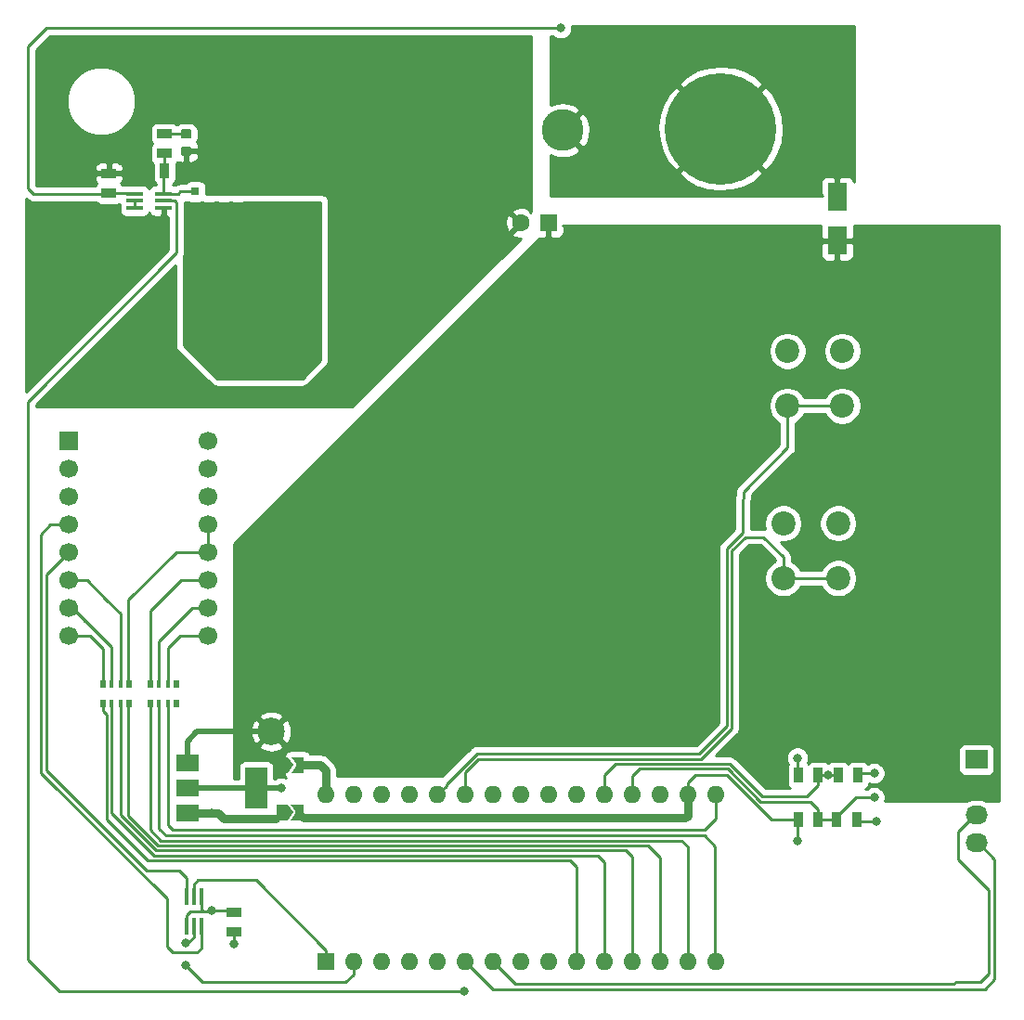
<source format=gtl>
G04 #@! TF.GenerationSoftware,KiCad,Pcbnew,5.1.4+dfsg1-1*
G04 #@! TF.CreationDate,2020-12-14T22:30:58-06:00*
G04 #@! TF.ProjectId,HotBox,486f7442-6f78-42e6-9b69-6361645f7063,2*
G04 #@! TF.SameCoordinates,Original*
G04 #@! TF.FileFunction,Copper,L1,Top*
G04 #@! TF.FilePolarity,Positive*
%FSLAX46Y46*%
G04 Gerber Fmt 4.6, Leading zero omitted, Abs format (unit mm)*
G04 Created by KiCad (PCBNEW 5.1.4+dfsg1-1) date 2020-12-14 22:30:58*
%MOMM*%
%LPD*%
G04 APERTURE LIST*
%ADD10O,2.030000X1.730000*%
%ADD11R,2.030000X1.730000*%
%ADD12R,1.600000X1.600000*%
%ADD13O,1.600000X1.600000*%
%ADD14R,0.700000X0.800000*%
%ADD15R,4.500000X4.290000*%
%ADD16R,1.700000X1.700000*%
%ADD17C,1.700000*%
%ADD18C,10.160000*%
%ADD19C,1.600000*%
%ADD20C,0.100000*%
%ADD21C,0.875000*%
%ADD22R,3.800000X3.800000*%
%ADD23C,3.800000*%
%ADD24R,1.350000X0.850000*%
%ADD25R,0.850000X1.350000*%
%ADD26C,2.500000*%
%ADD27R,1.500000X0.400000*%
%ADD28C,2.200000*%
%ADD29R,0.500000X0.800000*%
%ADD30R,0.400000X0.800000*%
%ADD31R,0.400000X1.500000*%
%ADD32R,2.000000X3.800000*%
%ADD33R,2.000000X1.500000*%
%ADD34R,1.800000X2.500000*%
%ADD35C,0.300000*%
%ADD36C,0.800000*%
%ADD37C,0.250000*%
%ADD38C,0.508000*%
%ADD39C,0.762000*%
%ADD40C,0.254000*%
G04 APERTURE END LIST*
D10*
X189203000Y-124521000D03*
X189203000Y-121981000D03*
X189203000Y-119441000D03*
D11*
X189203000Y-116901000D03*
D12*
X129873000Y-135333000D03*
D13*
X162893000Y-120093000D03*
X132413000Y-135333000D03*
X160353000Y-120093000D03*
X134953000Y-135333000D03*
X157813000Y-120093000D03*
X137493000Y-135333000D03*
X155273000Y-120093000D03*
X140033000Y-135333000D03*
X152733000Y-120093000D03*
X142573000Y-135333000D03*
X150193000Y-120093000D03*
X145113000Y-135333000D03*
X147653000Y-120093000D03*
X147653000Y-135333000D03*
X145113000Y-120093000D03*
X150193000Y-135333000D03*
X142573000Y-120093000D03*
X152733000Y-135333000D03*
X140033000Y-120093000D03*
X155273000Y-135333000D03*
X137493000Y-120093000D03*
X157813000Y-135333000D03*
X134953000Y-120093000D03*
X160353000Y-135333000D03*
X132413000Y-120093000D03*
X162893000Y-135333000D03*
X129873000Y-120093000D03*
X165433000Y-135333000D03*
X165433000Y-120093000D03*
D14*
X121783000Y-65083000D03*
X120513000Y-65083000D03*
X119233000Y-65083000D03*
X117963000Y-65083000D03*
X117963000Y-70583000D03*
X119233000Y-70583000D03*
X120513000Y-70583000D03*
X121783000Y-70583000D03*
D15*
X119873000Y-68333000D03*
D16*
X106373000Y-87833000D03*
D17*
X106373000Y-90373000D03*
X106373000Y-92913000D03*
X106373000Y-95453000D03*
X106373000Y-97993000D03*
X106373000Y-100533000D03*
X106373000Y-103073000D03*
X106373000Y-105613000D03*
X119073000Y-105613000D03*
X119073000Y-103073000D03*
X119073000Y-100533000D03*
X119073000Y-97993000D03*
X119073000Y-95453000D03*
X119073000Y-92913000D03*
X119073000Y-90373000D03*
X119073000Y-87833000D03*
D18*
X165873000Y-59333000D03*
X131873000Y-59333000D03*
D12*
X150149500Y-67942500D03*
D19*
X147649500Y-67942500D03*
D20*
G36*
X117414191Y-60958553D02*
G01*
X117435426Y-60961703D01*
X117456250Y-60966919D01*
X117476462Y-60974151D01*
X117495868Y-60983330D01*
X117514281Y-60994366D01*
X117531524Y-61007154D01*
X117547430Y-61021570D01*
X117561846Y-61037476D01*
X117574634Y-61054719D01*
X117585670Y-61073132D01*
X117594849Y-61092538D01*
X117602081Y-61112750D01*
X117607297Y-61133574D01*
X117610447Y-61154809D01*
X117611500Y-61176250D01*
X117611500Y-61613750D01*
X117610447Y-61635191D01*
X117607297Y-61656426D01*
X117602081Y-61677250D01*
X117594849Y-61697462D01*
X117585670Y-61716868D01*
X117574634Y-61735281D01*
X117561846Y-61752524D01*
X117547430Y-61768430D01*
X117531524Y-61782846D01*
X117514281Y-61795634D01*
X117495868Y-61806670D01*
X117476462Y-61815849D01*
X117456250Y-61823081D01*
X117435426Y-61828297D01*
X117414191Y-61831447D01*
X117392750Y-61832500D01*
X116880250Y-61832500D01*
X116858809Y-61831447D01*
X116837574Y-61828297D01*
X116816750Y-61823081D01*
X116796538Y-61815849D01*
X116777132Y-61806670D01*
X116758719Y-61795634D01*
X116741476Y-61782846D01*
X116725570Y-61768430D01*
X116711154Y-61752524D01*
X116698366Y-61735281D01*
X116687330Y-61716868D01*
X116678151Y-61697462D01*
X116670919Y-61677250D01*
X116665703Y-61656426D01*
X116662553Y-61635191D01*
X116661500Y-61613750D01*
X116661500Y-61176250D01*
X116662553Y-61154809D01*
X116665703Y-61133574D01*
X116670919Y-61112750D01*
X116678151Y-61092538D01*
X116687330Y-61073132D01*
X116698366Y-61054719D01*
X116711154Y-61037476D01*
X116725570Y-61021570D01*
X116741476Y-61007154D01*
X116758719Y-60994366D01*
X116777132Y-60983330D01*
X116796538Y-60974151D01*
X116816750Y-60966919D01*
X116837574Y-60961703D01*
X116858809Y-60958553D01*
X116880250Y-60957500D01*
X117392750Y-60957500D01*
X117414191Y-60958553D01*
X117414191Y-60958553D01*
G37*
D21*
X117136500Y-61395000D03*
D20*
G36*
X117414191Y-59383553D02*
G01*
X117435426Y-59386703D01*
X117456250Y-59391919D01*
X117476462Y-59399151D01*
X117495868Y-59408330D01*
X117514281Y-59419366D01*
X117531524Y-59432154D01*
X117547430Y-59446570D01*
X117561846Y-59462476D01*
X117574634Y-59479719D01*
X117585670Y-59498132D01*
X117594849Y-59517538D01*
X117602081Y-59537750D01*
X117607297Y-59558574D01*
X117610447Y-59579809D01*
X117611500Y-59601250D01*
X117611500Y-60038750D01*
X117610447Y-60060191D01*
X117607297Y-60081426D01*
X117602081Y-60102250D01*
X117594849Y-60122462D01*
X117585670Y-60141868D01*
X117574634Y-60160281D01*
X117561846Y-60177524D01*
X117547430Y-60193430D01*
X117531524Y-60207846D01*
X117514281Y-60220634D01*
X117495868Y-60231670D01*
X117476462Y-60240849D01*
X117456250Y-60248081D01*
X117435426Y-60253297D01*
X117414191Y-60256447D01*
X117392750Y-60257500D01*
X116880250Y-60257500D01*
X116858809Y-60256447D01*
X116837574Y-60253297D01*
X116816750Y-60248081D01*
X116796538Y-60240849D01*
X116777132Y-60231670D01*
X116758719Y-60220634D01*
X116741476Y-60207846D01*
X116725570Y-60193430D01*
X116711154Y-60177524D01*
X116698366Y-60160281D01*
X116687330Y-60141868D01*
X116678151Y-60122462D01*
X116670919Y-60102250D01*
X116665703Y-60081426D01*
X116662553Y-60060191D01*
X116661500Y-60038750D01*
X116661500Y-59601250D01*
X116662553Y-59579809D01*
X116665703Y-59558574D01*
X116670919Y-59537750D01*
X116678151Y-59517538D01*
X116687330Y-59498132D01*
X116698366Y-59479719D01*
X116711154Y-59462476D01*
X116725570Y-59446570D01*
X116741476Y-59432154D01*
X116758719Y-59419366D01*
X116777132Y-59408330D01*
X116796538Y-59399151D01*
X116816750Y-59391919D01*
X116837574Y-59386703D01*
X116858809Y-59383553D01*
X116880250Y-59382500D01*
X117392750Y-59382500D01*
X117414191Y-59383553D01*
X117414191Y-59383553D01*
G37*
D21*
X117136500Y-59820000D03*
D22*
X146448000Y-59483000D03*
D23*
X151448000Y-59483000D03*
D24*
X110081000Y-65228000D03*
X110081000Y-63418000D03*
D25*
X176468000Y-122333000D03*
X178278000Y-122333000D03*
X178378000Y-118333000D03*
X176568000Y-118333000D03*
D26*
X124873000Y-74333000D03*
X124873000Y-114333000D03*
D27*
X112430500Y-65260500D03*
X112430500Y-65910500D03*
X112430500Y-66560500D03*
X115090500Y-66560500D03*
X115090500Y-65910500D03*
X115090500Y-65260500D03*
D25*
X172968000Y-118333000D03*
X174778000Y-118333000D03*
X172968000Y-122333000D03*
X174778000Y-122333000D03*
D24*
X115136500Y-61612500D03*
X115136500Y-59802500D03*
D28*
X176973000Y-84633000D03*
X176973000Y-79633000D03*
X171973000Y-79633000D03*
X171973000Y-84633000D03*
X171573000Y-100333000D03*
X171573000Y-95333000D03*
X176573000Y-95333000D03*
X176573000Y-100333000D03*
D25*
X116971000Y-63180000D03*
X115161000Y-63180000D03*
D29*
X111916000Y-109968500D03*
D30*
X111116000Y-109968500D03*
D29*
X109516000Y-109968500D03*
D30*
X110316000Y-109968500D03*
D29*
X111916000Y-111768500D03*
D30*
X110316000Y-111768500D03*
X111116000Y-111768500D03*
D29*
X109516000Y-111768500D03*
X113834000Y-111768500D03*
D30*
X115434000Y-111768500D03*
X114634000Y-111768500D03*
D29*
X116234000Y-111768500D03*
D30*
X114634000Y-109968500D03*
D29*
X113834000Y-109968500D03*
D30*
X115434000Y-109968500D03*
D29*
X116234000Y-109968500D03*
D24*
X121511000Y-130791500D03*
X121511000Y-132601500D03*
D31*
X117178000Y-132074000D03*
X117828000Y-132074000D03*
X118478000Y-132074000D03*
X118478000Y-129414000D03*
X117828000Y-129414000D03*
X117178000Y-129414000D03*
D32*
X123518000Y-119504500D03*
D33*
X117218000Y-119504500D03*
X117218000Y-121804500D03*
X117218000Y-117204500D03*
D34*
X176502000Y-69561500D03*
X176502000Y-65561500D03*
D35*
X125903000Y-117409000D03*
D20*
G36*
X126903000Y-117409000D02*
G01*
X126403000Y-118159000D01*
X125403000Y-118159000D01*
X125403000Y-116659000D01*
X126403000Y-116659000D01*
X126903000Y-117409000D01*
X126903000Y-117409000D01*
G37*
D35*
X127353000Y-117409000D03*
D20*
G36*
X127853000Y-118159000D02*
G01*
X126703000Y-118159000D01*
X127203000Y-117409000D01*
X126703000Y-116659000D01*
X127853000Y-116659000D01*
X127853000Y-118159000D01*
X127853000Y-118159000D01*
G37*
D35*
X127316000Y-121727000D03*
D20*
G36*
X127816000Y-122477000D02*
G01*
X126666000Y-122477000D01*
X127166000Y-121727000D01*
X126666000Y-120977000D01*
X127816000Y-120977000D01*
X127816000Y-122477000D01*
X127816000Y-122477000D01*
G37*
D35*
X125866000Y-121727000D03*
D20*
G36*
X126866000Y-121727000D02*
G01*
X126366000Y-122477000D01*
X125366000Y-122477000D01*
X125366000Y-120977000D01*
X126366000Y-120977000D01*
X126866000Y-121727000D01*
X126866000Y-121727000D01*
G37*
D36*
X117066000Y-133665000D03*
X117066000Y-135697000D03*
X179872996Y-120333000D03*
X175648000Y-118333000D03*
X142473000Y-138033000D03*
X179873000Y-118133022D03*
X180073000Y-122533000D03*
X114970500Y-68704500D03*
X121511000Y-133728500D03*
X125765500Y-119504500D03*
X151292500Y-50162500D03*
X119493000Y-121804500D03*
X119493000Y-130694500D03*
X172873000Y-124333000D03*
X172873000Y-116733000D03*
D37*
X129873000Y-134283000D02*
X123476500Y-127886500D01*
X129873000Y-135333000D02*
X129873000Y-134283000D01*
X123476500Y-127886500D02*
X118209000Y-127886500D01*
X117828000Y-128267500D02*
X117828000Y-129414000D01*
X118209000Y-127886500D02*
X117828000Y-128267500D01*
X132413000Y-136464370D02*
X131656370Y-137221000D01*
X132413000Y-135333000D02*
X132413000Y-136464370D01*
X131656370Y-137221000D02*
X121701500Y-137221000D01*
X117828000Y-133074000D02*
X117237000Y-133665000D01*
X117828000Y-132074000D02*
X117828000Y-133074000D01*
X117237000Y-133665000D02*
X117066000Y-133665000D01*
X121701500Y-137221000D02*
X118590000Y-137221000D01*
X118590000Y-137221000D02*
X117066000Y-135697000D01*
X174778000Y-122333000D02*
X176468000Y-122333000D01*
X174778000Y-121408000D02*
X174778000Y-122333000D01*
X166509410Y-117733000D02*
X169509410Y-120733000D01*
X174103000Y-120733000D02*
X174778000Y-121408000D01*
X157813000Y-118393000D02*
X158473000Y-117733000D01*
X157813000Y-120093000D02*
X157813000Y-118393000D01*
X158473000Y-117733000D02*
X166509410Y-117733000D01*
X169509410Y-120733000D02*
X174103000Y-120733000D01*
X176468000Y-122333000D02*
X176468000Y-122083000D01*
X179307311Y-120333000D02*
X179872996Y-120333000D01*
X178218000Y-120333000D02*
X179307311Y-120333000D01*
X176468000Y-122083000D02*
X178218000Y-120333000D01*
X156323010Y-117282990D02*
X155273000Y-118333000D01*
X174778000Y-119258000D02*
X173753010Y-120282990D01*
X155273000Y-118333000D02*
X155273000Y-120093000D01*
X169695810Y-120282990D02*
X166695810Y-117282990D01*
X173753010Y-120282990D02*
X169695810Y-120282990D01*
X174778000Y-118333000D02*
X174778000Y-119258000D01*
X166695810Y-117282990D02*
X156323010Y-117282990D01*
X174778000Y-118333000D02*
X175648000Y-118333000D01*
X175648000Y-118333000D02*
X176568000Y-118333000D01*
X189353000Y-124521000D02*
X189203000Y-124521000D01*
X142573000Y-135333000D02*
X145073000Y-137833000D01*
X145073000Y-137833000D02*
X189987000Y-137833000D01*
X190853000Y-136967000D02*
X190853000Y-126021000D01*
X189987000Y-137833000D02*
X190853000Y-136967000D01*
X190853000Y-126021000D02*
X189353000Y-124521000D01*
X145113000Y-135333000D02*
X147113000Y-137333000D01*
X177787000Y-137333000D02*
X178012410Y-137333000D01*
X147113000Y-137333000D02*
X177787000Y-137333000D01*
X189053000Y-121981000D02*
X189203000Y-121981000D01*
X187551000Y-123483000D02*
X189053000Y-121981000D01*
X190345000Y-128839000D02*
X187551000Y-126045000D01*
X177787000Y-137333000D02*
X187155000Y-137333000D01*
X187551000Y-126045000D02*
X187551000Y-123483000D01*
X187155000Y-137333000D02*
X187267000Y-137221000D01*
X187267000Y-137221000D02*
X189583000Y-137221000D01*
X189583000Y-137221000D02*
X190345000Y-136459000D01*
X190345000Y-136459000D02*
X190345000Y-128839000D01*
X116090500Y-65910500D02*
X116240500Y-66060500D01*
X115090500Y-65910500D02*
X116090500Y-65910500D01*
X102673000Y-135133000D02*
X105573000Y-138033000D01*
X116240500Y-70665500D02*
X102673000Y-84233000D01*
X105573000Y-138033000D02*
X142473000Y-138033000D01*
X116240500Y-66060500D02*
X116240500Y-70665500D01*
X102673000Y-84233000D02*
X102673000Y-135133000D01*
X169773000Y-96583000D02*
X168123000Y-96583000D01*
X168123000Y-96583000D02*
X166873000Y-97833000D01*
X166873000Y-114033000D02*
X164073020Y-116832980D01*
X166873000Y-97833000D02*
X166873000Y-114033000D01*
X164073020Y-116832980D02*
X143773020Y-116832980D01*
X142573000Y-118033000D02*
X142573000Y-120093000D01*
X143773020Y-116832980D02*
X142573000Y-118033000D01*
X171573000Y-98383000D02*
X169773000Y-96583000D01*
X171573000Y-100333000D02*
X171573000Y-98383000D01*
X171573000Y-100333000D02*
X176573000Y-100333000D01*
X152123055Y-126083055D02*
X113623055Y-126083055D01*
X152733000Y-135333000D02*
X152733000Y-126693000D01*
X152733000Y-126693000D02*
X152123055Y-126083055D01*
X109865990Y-122325990D02*
X110086750Y-122546750D01*
X109865990Y-112768490D02*
X109865990Y-122325990D01*
X109516000Y-112418500D02*
X109865990Y-112768490D01*
X109516000Y-111768500D02*
X109516000Y-112418500D01*
X113623055Y-126083055D02*
X110086750Y-122546750D01*
X140832999Y-119136591D02*
X143636590Y-116333000D01*
X140033000Y-120093000D02*
X140832999Y-119293001D01*
X140832999Y-119293001D02*
X140832999Y-119136591D01*
X143636590Y-116333000D02*
X163936590Y-116333000D01*
X163936590Y-116333000D02*
X166422990Y-113846600D01*
X166422990Y-113846600D02*
X166422991Y-97646599D01*
X167854795Y-93151205D02*
X167854795Y-96214795D01*
X166422991Y-97646599D02*
X167854795Y-96214795D01*
X171973000Y-84633000D02*
X176973000Y-84633000D01*
X167973000Y-93033000D02*
X167854795Y-93151205D01*
X171973000Y-84633000D02*
X171973000Y-88433000D01*
X167973000Y-92433000D02*
X167973000Y-93033000D01*
X171973000Y-88433000D02*
X167973000Y-92433000D01*
X155273000Y-126233000D02*
X154673044Y-125633044D01*
X155273000Y-135333000D02*
X155273000Y-126233000D01*
X154673044Y-125633044D02*
X114173044Y-125633044D01*
X110316000Y-121776000D02*
X110618500Y-122078500D01*
X114173044Y-125633044D02*
X110618500Y-122078500D01*
X110316000Y-111768500D02*
X110316000Y-121776000D01*
X157813000Y-125773000D02*
X157223033Y-125183033D01*
X157813000Y-135333000D02*
X157813000Y-125773000D01*
X157223033Y-125183033D02*
X114359443Y-125183033D01*
X111116000Y-121939590D02*
X111317705Y-122141295D01*
X111116000Y-111768500D02*
X111116000Y-121939590D01*
X114359443Y-125183033D02*
X111317705Y-122141295D01*
X159273022Y-124733022D02*
X114545842Y-124733022D01*
X160353000Y-125813000D02*
X159273022Y-124733022D01*
X114545842Y-124733022D02*
X111873000Y-122060180D01*
X111873000Y-112413000D02*
X111873000Y-111738000D01*
X160353000Y-135333000D02*
X160353000Y-125813000D01*
X111873000Y-122060180D02*
X111873000Y-112413000D01*
X162323011Y-124283011D02*
X162893000Y-124853000D01*
X162893000Y-124853000D02*
X162893000Y-135333000D01*
X114823011Y-124283011D02*
X162323011Y-124283011D01*
X113873000Y-111738000D02*
X113873000Y-123333000D01*
X113873000Y-123333000D02*
X114823011Y-124283011D01*
X165373000Y-135273000D02*
X165433000Y-135333000D01*
X116373000Y-123833000D02*
X164373000Y-123833000D01*
X164373000Y-123833000D02*
X165373000Y-124833000D01*
X165373000Y-124833000D02*
X165373000Y-135273000D01*
X114634000Y-111768500D02*
X114634000Y-123168500D01*
X115298500Y-123833000D02*
X116373000Y-123833000D01*
X114634000Y-123168500D02*
X115298500Y-123833000D01*
X124873000Y-123333000D02*
X124373000Y-123333000D01*
X165433000Y-122273000D02*
X165433000Y-120093000D01*
X124873000Y-123333000D02*
X164373000Y-123333000D01*
X164373000Y-123333000D02*
X165433000Y-122273000D01*
X115434000Y-111768500D02*
X115434000Y-122889000D01*
X115878000Y-123333000D02*
X118545000Y-123333000D01*
X115434000Y-122889000D02*
X115878000Y-123333000D01*
X118545000Y-123333000D02*
X124873000Y-123333000D01*
X179872978Y-118133000D02*
X179873000Y-118133022D01*
X178378000Y-118333000D02*
X178578000Y-118133000D01*
X178578000Y-118133000D02*
X179872978Y-118133000D01*
X178478000Y-122533000D02*
X180073000Y-122533000D01*
X178278000Y-122333000D02*
X178478000Y-122533000D01*
X115090500Y-67010500D02*
X114907000Y-67194000D01*
X115090500Y-66560500D02*
X115090500Y-67010500D01*
X114907000Y-67194000D02*
X114907000Y-68641000D01*
X114907000Y-68641000D02*
X114970500Y-68704500D01*
X121511000Y-132601500D02*
X121511000Y-133276500D01*
X121511000Y-133276500D02*
X121511000Y-133728500D01*
D38*
X123518000Y-119504500D02*
X117218000Y-119504500D01*
X123518000Y-119504500D02*
X124768000Y-119504500D01*
X124768000Y-119504500D02*
X125765500Y-119504500D01*
D37*
X115090500Y-65260500D02*
X116382500Y-65260500D01*
X116560000Y-65083000D02*
X117963000Y-65083000D01*
X116382500Y-65260500D02*
X116560000Y-65083000D01*
X115073000Y-65243000D02*
X115090500Y-65260500D01*
X115090500Y-63250500D02*
X115161000Y-63180000D01*
X115090500Y-65260500D02*
X115090500Y-63250500D01*
X115136500Y-63155500D02*
X115161000Y-63180000D01*
X115136500Y-61612500D02*
X115136500Y-63155500D01*
X112414000Y-65244000D02*
X112430500Y-65260500D01*
X110589000Y-65244000D02*
X112414000Y-65244000D01*
X109664000Y-65244000D02*
X109632500Y-65275500D01*
X110589000Y-65244000D02*
X109664000Y-65244000D01*
X109632500Y-65275500D02*
X103159500Y-65275500D01*
X103159500Y-65275500D02*
X102651500Y-64767500D01*
X102651500Y-64767500D02*
X102651500Y-51877000D01*
X102651500Y-51877000D02*
X104366000Y-50162500D01*
X104366000Y-50162500D02*
X151038500Y-50162500D01*
X151038500Y-50162500D02*
X151292500Y-50162500D01*
D38*
X117218000Y-117204500D02*
X117218000Y-115225000D01*
X118110000Y-114333000D02*
X124873000Y-114333000D01*
X117218000Y-115225000D02*
X118110000Y-114333000D01*
D37*
X104753000Y-95453000D02*
X106373000Y-95453000D01*
X103873000Y-96333000D02*
X104753000Y-95453000D01*
X118478000Y-132074000D02*
X118478000Y-134094500D01*
X118478000Y-134094500D02*
X118082000Y-134490500D01*
X118082000Y-134490500D02*
X115859500Y-134490500D01*
X115859500Y-134490500D02*
X115351500Y-133982500D01*
X115351500Y-133982500D02*
X115351500Y-129601000D01*
X115351500Y-129601000D02*
X103873000Y-118122500D01*
X103873000Y-118122500D02*
X103873000Y-96333000D01*
X108381500Y-105613000D02*
X106373000Y-105613000D01*
X109516000Y-109968500D02*
X109516000Y-106747500D01*
X109516000Y-106747500D02*
X108381500Y-105613000D01*
X106743000Y-103073000D02*
X106373000Y-103073000D01*
X110316000Y-106646000D02*
X107642500Y-103972500D01*
X107873000Y-104203000D02*
X107642500Y-103972500D01*
X110316000Y-109968500D02*
X110316000Y-106646000D01*
X107642500Y-103972500D02*
X106743000Y-103073000D01*
X108073000Y-100533000D02*
X106373000Y-100533000D01*
X111116000Y-103576000D02*
X109799750Y-102259750D01*
X109873000Y-102333000D02*
X109799750Y-102259750D01*
X111116000Y-109968500D02*
X111116000Y-103576000D01*
X109799750Y-102259750D02*
X108073000Y-100533000D01*
X116543000Y-105613000D02*
X119073000Y-105613000D01*
X115434000Y-109968500D02*
X115434000Y-106722000D01*
X115434000Y-106722000D02*
X116543000Y-105613000D01*
X117633000Y-103073000D02*
X119073000Y-103073000D01*
X114634000Y-106072000D02*
X115991750Y-104714250D01*
X114634000Y-109968500D02*
X114634000Y-106072000D01*
X115873000Y-104833000D02*
X115991750Y-104714250D01*
X115991750Y-104714250D02*
X117633000Y-103073000D01*
X119073000Y-100533000D02*
X116673000Y-100533000D01*
X113873000Y-103333000D02*
X113873000Y-109928000D01*
X116673000Y-100533000D02*
X113873000Y-103333000D01*
X119073000Y-96655081D02*
X119073000Y-97993000D01*
X119073000Y-95453000D02*
X119073000Y-96655081D01*
X116213000Y-97993000D02*
X119073000Y-97993000D01*
X111873000Y-109928000D02*
X111873000Y-102333000D01*
X111873000Y-102333000D02*
X116213000Y-97993000D01*
X115136500Y-59802500D02*
X117119000Y-59802500D01*
X119558500Y-130728000D02*
X119542500Y-130744000D01*
X118478000Y-129414000D02*
X118478000Y-130505000D01*
X118717000Y-130744000D02*
X119542500Y-130744000D01*
X118478000Y-130505000D02*
X118717000Y-130744000D01*
X117508000Y-130744000D02*
X118717000Y-130744000D01*
X117178000Y-131074000D02*
X117508000Y-130744000D01*
X117178000Y-132074000D02*
X117178000Y-131074000D01*
X121414000Y-130694500D02*
X121511000Y-130791500D01*
X119493000Y-130694500D02*
X121414000Y-130694500D01*
X125866000Y-121727000D02*
X125295290Y-122297710D01*
D39*
X125295290Y-122297710D02*
X120557710Y-122297710D01*
X120064500Y-121804500D02*
X119493000Y-121804500D01*
X120557710Y-122297710D02*
X120064500Y-121804500D01*
X117218000Y-121804500D02*
X119493000Y-121804500D01*
D37*
X112430500Y-65910500D02*
X112430500Y-66560500D01*
X104373000Y-99993000D02*
X106373000Y-97993000D01*
X104373000Y-117833000D02*
X104373000Y-99993000D01*
X117178000Y-129414000D02*
X117178000Y-127681000D01*
X116512500Y-127015500D02*
X113555500Y-127015500D01*
X117178000Y-127681000D02*
X116512500Y-127015500D01*
X113555500Y-127015500D02*
X104373000Y-117833000D01*
X172873000Y-122428000D02*
X172873000Y-124333000D01*
X172968000Y-122333000D02*
X172873000Y-122428000D01*
X172873000Y-118238000D02*
X172873000Y-116733000D01*
X172968000Y-118333000D02*
X172873000Y-118238000D01*
X170473000Y-122333000D02*
X172968000Y-122333000D01*
X166473000Y-118333000D02*
X170473000Y-122333000D01*
X163521630Y-118333000D02*
X166473000Y-118333000D01*
X162893000Y-120093000D02*
X162893000Y-118961630D01*
X162893000Y-118961630D02*
X163521630Y-118333000D01*
D39*
X162893000Y-120093000D02*
X162893000Y-122001000D01*
X162893000Y-122001000D02*
X162659000Y-122235000D01*
X127447010Y-121858010D02*
X127447010Y-121727000D01*
X162659000Y-122235000D02*
X127824000Y-122235000D01*
X127824000Y-122235000D02*
X127447010Y-121858010D01*
X129873000Y-120093000D02*
X129873000Y-117897000D01*
X129385000Y-117409000D02*
X127484010Y-117409000D01*
X129873000Y-117897000D02*
X129385000Y-117409000D01*
D40*
G36*
X150276500Y-68134533D02*
G01*
X150276500Y-69218750D01*
X150435250Y-69377500D01*
X150949500Y-69380572D01*
X151073982Y-69368312D01*
X151193680Y-69332002D01*
X151303994Y-69273037D01*
X151400685Y-69193685D01*
X151480037Y-69096994D01*
X151539002Y-68986680D01*
X151575312Y-68866982D01*
X151587572Y-68742500D01*
X151584500Y-68228250D01*
X151492617Y-68136367D01*
X174980806Y-68171794D01*
X174976188Y-68187018D01*
X174963928Y-68311500D01*
X174967000Y-69275750D01*
X175125750Y-69434500D01*
X176375000Y-69434500D01*
X176375000Y-69414500D01*
X176629000Y-69414500D01*
X176629000Y-69434500D01*
X177878250Y-69434500D01*
X178037000Y-69275750D01*
X178040072Y-68311500D01*
X178027812Y-68187018D01*
X178024587Y-68176385D01*
X191234000Y-68196309D01*
X191234000Y-120679653D01*
X190094580Y-120676552D01*
X189929802Y-120588476D01*
X189647051Y-120502705D01*
X189426680Y-120481000D01*
X188979320Y-120481000D01*
X188758949Y-120502705D01*
X188476198Y-120588476D01*
X188320454Y-120671723D01*
X180861378Y-120651421D01*
X180868222Y-120634898D01*
X180907996Y-120434939D01*
X180907996Y-120231061D01*
X180868222Y-120031102D01*
X180790201Y-119842744D01*
X180676933Y-119673226D01*
X180532770Y-119529063D01*
X180363252Y-119415795D01*
X180174894Y-119337774D01*
X179974935Y-119298000D01*
X179771057Y-119298000D01*
X179571098Y-119337774D01*
X179382740Y-119415795D01*
X179213222Y-119529063D01*
X179169285Y-119573000D01*
X179093019Y-119573000D01*
X179157494Y-119538537D01*
X179254185Y-119459185D01*
X179333537Y-119362494D01*
X179392502Y-119252180D01*
X179428812Y-119132482D01*
X179434790Y-119071785D01*
X179571102Y-119128248D01*
X179771061Y-119168022D01*
X179974939Y-119168022D01*
X180174898Y-119128248D01*
X180363256Y-119050227D01*
X180532774Y-118936959D01*
X180676937Y-118792796D01*
X180790205Y-118623278D01*
X180868226Y-118434920D01*
X180908000Y-118234961D01*
X180908000Y-118031083D01*
X180868226Y-117831124D01*
X180790205Y-117642766D01*
X180676937Y-117473248D01*
X180532774Y-117329085D01*
X180363256Y-117215817D01*
X180174898Y-117137796D01*
X179974939Y-117098022D01*
X179771061Y-117098022D01*
X179571102Y-117137796D01*
X179382744Y-117215817D01*
X179304486Y-117268107D01*
X179254185Y-117206815D01*
X179157494Y-117127463D01*
X179047180Y-117068498D01*
X178927482Y-117032188D01*
X178803000Y-117019928D01*
X177953000Y-117019928D01*
X177828518Y-117032188D01*
X177708820Y-117068498D01*
X177598506Y-117127463D01*
X177501815Y-117206815D01*
X177473000Y-117241926D01*
X177444185Y-117206815D01*
X177347494Y-117127463D01*
X177237180Y-117068498D01*
X177117482Y-117032188D01*
X176993000Y-117019928D01*
X176143000Y-117019928D01*
X176018518Y-117032188D01*
X175898820Y-117068498D01*
X175788506Y-117127463D01*
X175691815Y-117206815D01*
X175673000Y-117229741D01*
X175654185Y-117206815D01*
X175557494Y-117127463D01*
X175447180Y-117068498D01*
X175327482Y-117032188D01*
X175203000Y-117019928D01*
X174353000Y-117019928D01*
X174228518Y-117032188D01*
X174108820Y-117068498D01*
X173998506Y-117127463D01*
X173901815Y-117206815D01*
X173873000Y-117241926D01*
X173844185Y-117206815D01*
X173808982Y-117177925D01*
X173868226Y-117034898D01*
X173908000Y-116834939D01*
X173908000Y-116631061D01*
X173868226Y-116431102D01*
X173790205Y-116242744D01*
X173676937Y-116073226D01*
X173639711Y-116036000D01*
X187549928Y-116036000D01*
X187549928Y-117766000D01*
X187562188Y-117890482D01*
X187598498Y-118010180D01*
X187657463Y-118120494D01*
X187736815Y-118217185D01*
X187833506Y-118296537D01*
X187943820Y-118355502D01*
X188063518Y-118391812D01*
X188188000Y-118404072D01*
X190218000Y-118404072D01*
X190342482Y-118391812D01*
X190462180Y-118355502D01*
X190572494Y-118296537D01*
X190669185Y-118217185D01*
X190748537Y-118120494D01*
X190807502Y-118010180D01*
X190843812Y-117890482D01*
X190856072Y-117766000D01*
X190856072Y-116036000D01*
X190843812Y-115911518D01*
X190807502Y-115791820D01*
X190748537Y-115681506D01*
X190669185Y-115584815D01*
X190572494Y-115505463D01*
X190462180Y-115446498D01*
X190342482Y-115410188D01*
X190218000Y-115397928D01*
X188188000Y-115397928D01*
X188063518Y-115410188D01*
X187943820Y-115446498D01*
X187833506Y-115505463D01*
X187736815Y-115584815D01*
X187657463Y-115681506D01*
X187598498Y-115791820D01*
X187562188Y-115911518D01*
X187549928Y-116036000D01*
X173639711Y-116036000D01*
X173532774Y-115929063D01*
X173363256Y-115815795D01*
X173174898Y-115737774D01*
X172974939Y-115698000D01*
X172771061Y-115698000D01*
X172571102Y-115737774D01*
X172382744Y-115815795D01*
X172213226Y-115929063D01*
X172069063Y-116073226D01*
X171955795Y-116242744D01*
X171877774Y-116431102D01*
X171838000Y-116631061D01*
X171838000Y-116834939D01*
X171877774Y-117034898D01*
X171955795Y-117223256D01*
X172011109Y-117306039D01*
X171953498Y-117413820D01*
X171917188Y-117533518D01*
X171904928Y-117658000D01*
X171904928Y-119008000D01*
X171917188Y-119132482D01*
X171953498Y-119252180D01*
X172012463Y-119362494D01*
X172091815Y-119459185D01*
X172169562Y-119522990D01*
X170010612Y-119522990D01*
X167259614Y-116771993D01*
X167235811Y-116742989D01*
X167120086Y-116648016D01*
X166988057Y-116577444D01*
X166844796Y-116533987D01*
X166733143Y-116522990D01*
X166733132Y-116522990D01*
X166695810Y-116519314D01*
X166658488Y-116522990D01*
X165457811Y-116522990D01*
X167384003Y-114596799D01*
X167413001Y-114573001D01*
X167507974Y-114457276D01*
X167578546Y-114325247D01*
X167622003Y-114181986D01*
X167633000Y-114070333D01*
X167633000Y-114070325D01*
X167636676Y-114033000D01*
X167633000Y-113995675D01*
X167633000Y-98147801D01*
X168437802Y-97343000D01*
X169458199Y-97343000D01*
X170813001Y-98697804D01*
X170813001Y-98769851D01*
X170751169Y-98795463D01*
X170467002Y-98985337D01*
X170225337Y-99227002D01*
X170035463Y-99511169D01*
X169904675Y-99826919D01*
X169838000Y-100162117D01*
X169838000Y-100503883D01*
X169904675Y-100839081D01*
X170035463Y-101154831D01*
X170225337Y-101438998D01*
X170467002Y-101680663D01*
X170751169Y-101870537D01*
X171066919Y-102001325D01*
X171402117Y-102068000D01*
X171743883Y-102068000D01*
X172079081Y-102001325D01*
X172394831Y-101870537D01*
X172678998Y-101680663D01*
X172920663Y-101438998D01*
X173110537Y-101154831D01*
X173136148Y-101093000D01*
X175009852Y-101093000D01*
X175035463Y-101154831D01*
X175225337Y-101438998D01*
X175467002Y-101680663D01*
X175751169Y-101870537D01*
X176066919Y-102001325D01*
X176402117Y-102068000D01*
X176743883Y-102068000D01*
X177079081Y-102001325D01*
X177394831Y-101870537D01*
X177678998Y-101680663D01*
X177920663Y-101438998D01*
X178110537Y-101154831D01*
X178241325Y-100839081D01*
X178308000Y-100503883D01*
X178308000Y-100162117D01*
X178241325Y-99826919D01*
X178110537Y-99511169D01*
X177920663Y-99227002D01*
X177678998Y-98985337D01*
X177394831Y-98795463D01*
X177079081Y-98664675D01*
X176743883Y-98598000D01*
X176402117Y-98598000D01*
X176066919Y-98664675D01*
X175751169Y-98795463D01*
X175467002Y-98985337D01*
X175225337Y-99227002D01*
X175035463Y-99511169D01*
X175009852Y-99573000D01*
X173136148Y-99573000D01*
X173110537Y-99511169D01*
X172920663Y-99227002D01*
X172678998Y-98985337D01*
X172394831Y-98795463D01*
X172333000Y-98769852D01*
X172333000Y-98420322D01*
X172336676Y-98382999D01*
X172333000Y-98345676D01*
X172333000Y-98345667D01*
X172322003Y-98234014D01*
X172278546Y-98090753D01*
X172207974Y-97958724D01*
X172191660Y-97938845D01*
X172136799Y-97871996D01*
X172136795Y-97871992D01*
X172113001Y-97842999D01*
X172084008Y-97819205D01*
X171315591Y-97050789D01*
X171402117Y-97068000D01*
X171743883Y-97068000D01*
X172079081Y-97001325D01*
X172394831Y-96870537D01*
X172678998Y-96680663D01*
X172920663Y-96438998D01*
X173110537Y-96154831D01*
X173241325Y-95839081D01*
X173308000Y-95503883D01*
X173308000Y-95162117D01*
X174838000Y-95162117D01*
X174838000Y-95503883D01*
X174904675Y-95839081D01*
X175035463Y-96154831D01*
X175225337Y-96438998D01*
X175467002Y-96680663D01*
X175751169Y-96870537D01*
X176066919Y-97001325D01*
X176402117Y-97068000D01*
X176743883Y-97068000D01*
X177079081Y-97001325D01*
X177394831Y-96870537D01*
X177678998Y-96680663D01*
X177920663Y-96438998D01*
X178110537Y-96154831D01*
X178241325Y-95839081D01*
X178308000Y-95503883D01*
X178308000Y-95162117D01*
X178241325Y-94826919D01*
X178110537Y-94511169D01*
X177920663Y-94227002D01*
X177678998Y-93985337D01*
X177394831Y-93795463D01*
X177079081Y-93664675D01*
X176743883Y-93598000D01*
X176402117Y-93598000D01*
X176066919Y-93664675D01*
X175751169Y-93795463D01*
X175467002Y-93985337D01*
X175225337Y-94227002D01*
X175035463Y-94511169D01*
X174904675Y-94826919D01*
X174838000Y-95162117D01*
X173308000Y-95162117D01*
X173241325Y-94826919D01*
X173110537Y-94511169D01*
X172920663Y-94227002D01*
X172678998Y-93985337D01*
X172394831Y-93795463D01*
X172079081Y-93664675D01*
X171743883Y-93598000D01*
X171402117Y-93598000D01*
X171066919Y-93664675D01*
X170751169Y-93795463D01*
X170467002Y-93985337D01*
X170225337Y-94227002D01*
X170035463Y-94511169D01*
X169904675Y-94826919D01*
X169838000Y-95162117D01*
X169838000Y-95503883D01*
X169903298Y-95832156D01*
X169810333Y-95823000D01*
X169810322Y-95823000D01*
X169773000Y-95819324D01*
X169735678Y-95823000D01*
X168614795Y-95823000D01*
X168614795Y-93444515D01*
X168678546Y-93325247D01*
X168722003Y-93181986D01*
X168733000Y-93070333D01*
X168733000Y-93070323D01*
X168736676Y-93033001D01*
X168733000Y-92995678D01*
X168733000Y-92747801D01*
X172484003Y-88996799D01*
X172513001Y-88973001D01*
X172607974Y-88857276D01*
X172678546Y-88725247D01*
X172722003Y-88581986D01*
X172733000Y-88470333D01*
X172733000Y-88470324D01*
X172736676Y-88433001D01*
X172733000Y-88395678D01*
X172733000Y-86196148D01*
X172794831Y-86170537D01*
X173078998Y-85980663D01*
X173320663Y-85738998D01*
X173510537Y-85454831D01*
X173536148Y-85393000D01*
X175409852Y-85393000D01*
X175435463Y-85454831D01*
X175625337Y-85738998D01*
X175867002Y-85980663D01*
X176151169Y-86170537D01*
X176466919Y-86301325D01*
X176802117Y-86368000D01*
X177143883Y-86368000D01*
X177479081Y-86301325D01*
X177794831Y-86170537D01*
X178078998Y-85980663D01*
X178320663Y-85738998D01*
X178510537Y-85454831D01*
X178641325Y-85139081D01*
X178708000Y-84803883D01*
X178708000Y-84462117D01*
X178641325Y-84126919D01*
X178510537Y-83811169D01*
X178320663Y-83527002D01*
X178078998Y-83285337D01*
X177794831Y-83095463D01*
X177479081Y-82964675D01*
X177143883Y-82898000D01*
X176802117Y-82898000D01*
X176466919Y-82964675D01*
X176151169Y-83095463D01*
X175867002Y-83285337D01*
X175625337Y-83527002D01*
X175435463Y-83811169D01*
X175409852Y-83873000D01*
X173536148Y-83873000D01*
X173510537Y-83811169D01*
X173320663Y-83527002D01*
X173078998Y-83285337D01*
X172794831Y-83095463D01*
X172479081Y-82964675D01*
X172143883Y-82898000D01*
X171802117Y-82898000D01*
X171466919Y-82964675D01*
X171151169Y-83095463D01*
X170867002Y-83285337D01*
X170625337Y-83527002D01*
X170435463Y-83811169D01*
X170304675Y-84126919D01*
X170238000Y-84462117D01*
X170238000Y-84803883D01*
X170304675Y-85139081D01*
X170435463Y-85454831D01*
X170625337Y-85738998D01*
X170867002Y-85980663D01*
X171151169Y-86170537D01*
X171213000Y-86196148D01*
X171213001Y-88118197D01*
X167462003Y-91869196D01*
X167432999Y-91892999D01*
X167377871Y-91960174D01*
X167338026Y-92008724D01*
X167267455Y-92140753D01*
X167267454Y-92140754D01*
X167223997Y-92284015D01*
X167213000Y-92395668D01*
X167213000Y-92395678D01*
X167209324Y-92433000D01*
X167213000Y-92470322D01*
X167213000Y-92739690D01*
X167150149Y-92857276D01*
X167149249Y-92858959D01*
X167105792Y-93002220D01*
X167094795Y-93113873D01*
X167094795Y-93113883D01*
X167091119Y-93151205D01*
X167094795Y-93188528D01*
X167094796Y-95899992D01*
X165911989Y-97082800D01*
X165882991Y-97106598D01*
X165859193Y-97135596D01*
X165859192Y-97135597D01*
X165788017Y-97222323D01*
X165717445Y-97354353D01*
X165673989Y-97497614D01*
X165659315Y-97646599D01*
X165662992Y-97683931D01*
X165662990Y-113531798D01*
X163621789Y-115573000D01*
X143673912Y-115573000D01*
X143636589Y-115569324D01*
X143599266Y-115573000D01*
X143599257Y-115573000D01*
X143487604Y-115583997D01*
X143344343Y-115627454D01*
X143212314Y-115698026D01*
X143212312Y-115698027D01*
X143212313Y-115698027D01*
X143125586Y-115769201D01*
X143125582Y-115769205D01*
X143096589Y-115792999D01*
X143072795Y-115821992D01*
X140488789Y-118406000D01*
X130889000Y-118406000D01*
X130889000Y-117946893D01*
X130893914Y-117896999D01*
X130889000Y-117847105D01*
X130889000Y-117847098D01*
X130874298Y-117697829D01*
X130816202Y-117506313D01*
X130721860Y-117329810D01*
X130594896Y-117175104D01*
X130556127Y-117143287D01*
X130138713Y-116725873D01*
X130106896Y-116687104D01*
X129952190Y-116560140D01*
X129775687Y-116465798D01*
X129584171Y-116407702D01*
X129434902Y-116393000D01*
X129385000Y-116388085D01*
X129335098Y-116393000D01*
X128430839Y-116393000D01*
X128383537Y-116304506D01*
X128304185Y-116207815D01*
X128207494Y-116128463D01*
X128097180Y-116069498D01*
X127977482Y-116033188D01*
X127853000Y-116020928D01*
X126703000Y-116020928D01*
X126579173Y-116033059D01*
X126459437Y-116069243D01*
X126349061Y-116128092D01*
X126252287Y-116207343D01*
X126172834Y-116303951D01*
X126113754Y-116414204D01*
X126077319Y-116533864D01*
X126064928Y-116658333D01*
X126077059Y-116782827D01*
X126113243Y-116902563D01*
X126172092Y-117012939D01*
X126436133Y-117409000D01*
X126172092Y-117805061D01*
X126113498Y-117914820D01*
X126077188Y-118034518D01*
X126064928Y-118159000D01*
X126077188Y-118283482D01*
X126113498Y-118403180D01*
X126172463Y-118513494D01*
X126221325Y-118573033D01*
X126067398Y-118509274D01*
X125867439Y-118469500D01*
X125663561Y-118469500D01*
X125463602Y-118509274D01*
X125275244Y-118587295D01*
X125233032Y-118615500D01*
X125156072Y-118615500D01*
X125156072Y-117604500D01*
X125143812Y-117480018D01*
X125107502Y-117360320D01*
X125048537Y-117250006D01*
X124969185Y-117153315D01*
X124872494Y-117073963D01*
X124762180Y-117014998D01*
X124642482Y-116978688D01*
X124518000Y-116966428D01*
X122518000Y-116966428D01*
X122393518Y-116978688D01*
X122273820Y-117014998D01*
X122163506Y-117073963D01*
X122066815Y-117153315D01*
X121987463Y-117250006D01*
X121928498Y-117360320D01*
X121892188Y-117480018D01*
X121879928Y-117604500D01*
X121879928Y-118615500D01*
X121500000Y-118615500D01*
X121500000Y-115646605D01*
X123739000Y-115646605D01*
X123864914Y-115936577D01*
X124197126Y-116102433D01*
X124555312Y-116200290D01*
X124925706Y-116226389D01*
X125294075Y-116179725D01*
X125646262Y-116062094D01*
X125881086Y-115936577D01*
X126007000Y-115646605D01*
X124873000Y-114512605D01*
X123739000Y-115646605D01*
X121500000Y-115646605D01*
X121500000Y-114385706D01*
X122979611Y-114385706D01*
X123026275Y-114754075D01*
X123143906Y-115106262D01*
X123269423Y-115341086D01*
X123559395Y-115467000D01*
X124693395Y-114333000D01*
X125052605Y-114333000D01*
X126186605Y-115467000D01*
X126476577Y-115341086D01*
X126642433Y-115008874D01*
X126740290Y-114650688D01*
X126766389Y-114280294D01*
X126719725Y-113911925D01*
X126602094Y-113559738D01*
X126476577Y-113324914D01*
X126186605Y-113199000D01*
X125052605Y-114333000D01*
X124693395Y-114333000D01*
X123559395Y-113199000D01*
X123269423Y-113324914D01*
X123103567Y-113657126D01*
X123005710Y-114015312D01*
X122979611Y-114385706D01*
X121500000Y-114385706D01*
X121500000Y-113019395D01*
X123739000Y-113019395D01*
X124873000Y-114153395D01*
X126007000Y-113019395D01*
X125881086Y-112729423D01*
X125548874Y-112563567D01*
X125190688Y-112465710D01*
X124820294Y-112439611D01*
X124451925Y-112486275D01*
X124099738Y-112603906D01*
X123864914Y-112729423D01*
X123739000Y-113019395D01*
X121500000Y-113019395D01*
X121500000Y-97235606D01*
X139273489Y-79462117D01*
X170238000Y-79462117D01*
X170238000Y-79803883D01*
X170304675Y-80139081D01*
X170435463Y-80454831D01*
X170625337Y-80738998D01*
X170867002Y-80980663D01*
X171151169Y-81170537D01*
X171466919Y-81301325D01*
X171802117Y-81368000D01*
X172143883Y-81368000D01*
X172479081Y-81301325D01*
X172794831Y-81170537D01*
X173078998Y-80980663D01*
X173320663Y-80738998D01*
X173510537Y-80454831D01*
X173641325Y-80139081D01*
X173708000Y-79803883D01*
X173708000Y-79462117D01*
X175238000Y-79462117D01*
X175238000Y-79803883D01*
X175304675Y-80139081D01*
X175435463Y-80454831D01*
X175625337Y-80738998D01*
X175867002Y-80980663D01*
X176151169Y-81170537D01*
X176466919Y-81301325D01*
X176802117Y-81368000D01*
X177143883Y-81368000D01*
X177479081Y-81301325D01*
X177794831Y-81170537D01*
X178078998Y-80980663D01*
X178320663Y-80738998D01*
X178510537Y-80454831D01*
X178641325Y-80139081D01*
X178708000Y-79803883D01*
X178708000Y-79462117D01*
X178641325Y-79126919D01*
X178510537Y-78811169D01*
X178320663Y-78527002D01*
X178078998Y-78285337D01*
X177794831Y-78095463D01*
X177479081Y-77964675D01*
X177143883Y-77898000D01*
X176802117Y-77898000D01*
X176466919Y-77964675D01*
X176151169Y-78095463D01*
X175867002Y-78285337D01*
X175625337Y-78527002D01*
X175435463Y-78811169D01*
X175304675Y-79126919D01*
X175238000Y-79462117D01*
X173708000Y-79462117D01*
X173641325Y-79126919D01*
X173510537Y-78811169D01*
X173320663Y-78527002D01*
X173078998Y-78285337D01*
X172794831Y-78095463D01*
X172479081Y-77964675D01*
X172143883Y-77898000D01*
X171802117Y-77898000D01*
X171466919Y-77964675D01*
X171151169Y-78095463D01*
X170867002Y-78285337D01*
X170625337Y-78527002D01*
X170435463Y-78811169D01*
X170304675Y-79126919D01*
X170238000Y-79462117D01*
X139273489Y-79462117D01*
X147924106Y-70811500D01*
X174963928Y-70811500D01*
X174976188Y-70935982D01*
X175012498Y-71055680D01*
X175071463Y-71165994D01*
X175150815Y-71262685D01*
X175247506Y-71342037D01*
X175357820Y-71401002D01*
X175477518Y-71437312D01*
X175602000Y-71449572D01*
X176216250Y-71446500D01*
X176375000Y-71287750D01*
X176375000Y-69688500D01*
X176629000Y-69688500D01*
X176629000Y-71287750D01*
X176787750Y-71446500D01*
X177402000Y-71449572D01*
X177526482Y-71437312D01*
X177646180Y-71401002D01*
X177756494Y-71342037D01*
X177853185Y-71262685D01*
X177932537Y-71165994D01*
X177991502Y-71055680D01*
X178027812Y-70935982D01*
X178040072Y-70811500D01*
X178037000Y-69847250D01*
X177878250Y-69688500D01*
X176629000Y-69688500D01*
X176375000Y-69688500D01*
X175125750Y-69688500D01*
X174967000Y-69847250D01*
X174963928Y-70811500D01*
X147924106Y-70811500D01*
X149350570Y-69385036D01*
X149354257Y-69380544D01*
X149863750Y-69377500D01*
X150022500Y-69218750D01*
X150022500Y-68134150D01*
X150276500Y-68134533D01*
X150276500Y-68134533D01*
G37*
X150276500Y-68134533D02*
X150276500Y-69218750D01*
X150435250Y-69377500D01*
X150949500Y-69380572D01*
X151073982Y-69368312D01*
X151193680Y-69332002D01*
X151303994Y-69273037D01*
X151400685Y-69193685D01*
X151480037Y-69096994D01*
X151539002Y-68986680D01*
X151575312Y-68866982D01*
X151587572Y-68742500D01*
X151584500Y-68228250D01*
X151492617Y-68136367D01*
X174980806Y-68171794D01*
X174976188Y-68187018D01*
X174963928Y-68311500D01*
X174967000Y-69275750D01*
X175125750Y-69434500D01*
X176375000Y-69434500D01*
X176375000Y-69414500D01*
X176629000Y-69414500D01*
X176629000Y-69434500D01*
X177878250Y-69434500D01*
X178037000Y-69275750D01*
X178040072Y-68311500D01*
X178027812Y-68187018D01*
X178024587Y-68176385D01*
X191234000Y-68196309D01*
X191234000Y-120679653D01*
X190094580Y-120676552D01*
X189929802Y-120588476D01*
X189647051Y-120502705D01*
X189426680Y-120481000D01*
X188979320Y-120481000D01*
X188758949Y-120502705D01*
X188476198Y-120588476D01*
X188320454Y-120671723D01*
X180861378Y-120651421D01*
X180868222Y-120634898D01*
X180907996Y-120434939D01*
X180907996Y-120231061D01*
X180868222Y-120031102D01*
X180790201Y-119842744D01*
X180676933Y-119673226D01*
X180532770Y-119529063D01*
X180363252Y-119415795D01*
X180174894Y-119337774D01*
X179974935Y-119298000D01*
X179771057Y-119298000D01*
X179571098Y-119337774D01*
X179382740Y-119415795D01*
X179213222Y-119529063D01*
X179169285Y-119573000D01*
X179093019Y-119573000D01*
X179157494Y-119538537D01*
X179254185Y-119459185D01*
X179333537Y-119362494D01*
X179392502Y-119252180D01*
X179428812Y-119132482D01*
X179434790Y-119071785D01*
X179571102Y-119128248D01*
X179771061Y-119168022D01*
X179974939Y-119168022D01*
X180174898Y-119128248D01*
X180363256Y-119050227D01*
X180532774Y-118936959D01*
X180676937Y-118792796D01*
X180790205Y-118623278D01*
X180868226Y-118434920D01*
X180908000Y-118234961D01*
X180908000Y-118031083D01*
X180868226Y-117831124D01*
X180790205Y-117642766D01*
X180676937Y-117473248D01*
X180532774Y-117329085D01*
X180363256Y-117215817D01*
X180174898Y-117137796D01*
X179974939Y-117098022D01*
X179771061Y-117098022D01*
X179571102Y-117137796D01*
X179382744Y-117215817D01*
X179304486Y-117268107D01*
X179254185Y-117206815D01*
X179157494Y-117127463D01*
X179047180Y-117068498D01*
X178927482Y-117032188D01*
X178803000Y-117019928D01*
X177953000Y-117019928D01*
X177828518Y-117032188D01*
X177708820Y-117068498D01*
X177598506Y-117127463D01*
X177501815Y-117206815D01*
X177473000Y-117241926D01*
X177444185Y-117206815D01*
X177347494Y-117127463D01*
X177237180Y-117068498D01*
X177117482Y-117032188D01*
X176993000Y-117019928D01*
X176143000Y-117019928D01*
X176018518Y-117032188D01*
X175898820Y-117068498D01*
X175788506Y-117127463D01*
X175691815Y-117206815D01*
X175673000Y-117229741D01*
X175654185Y-117206815D01*
X175557494Y-117127463D01*
X175447180Y-117068498D01*
X175327482Y-117032188D01*
X175203000Y-117019928D01*
X174353000Y-117019928D01*
X174228518Y-117032188D01*
X174108820Y-117068498D01*
X173998506Y-117127463D01*
X173901815Y-117206815D01*
X173873000Y-117241926D01*
X173844185Y-117206815D01*
X173808982Y-117177925D01*
X173868226Y-117034898D01*
X173908000Y-116834939D01*
X173908000Y-116631061D01*
X173868226Y-116431102D01*
X173790205Y-116242744D01*
X173676937Y-116073226D01*
X173639711Y-116036000D01*
X187549928Y-116036000D01*
X187549928Y-117766000D01*
X187562188Y-117890482D01*
X187598498Y-118010180D01*
X187657463Y-118120494D01*
X187736815Y-118217185D01*
X187833506Y-118296537D01*
X187943820Y-118355502D01*
X188063518Y-118391812D01*
X188188000Y-118404072D01*
X190218000Y-118404072D01*
X190342482Y-118391812D01*
X190462180Y-118355502D01*
X190572494Y-118296537D01*
X190669185Y-118217185D01*
X190748537Y-118120494D01*
X190807502Y-118010180D01*
X190843812Y-117890482D01*
X190856072Y-117766000D01*
X190856072Y-116036000D01*
X190843812Y-115911518D01*
X190807502Y-115791820D01*
X190748537Y-115681506D01*
X190669185Y-115584815D01*
X190572494Y-115505463D01*
X190462180Y-115446498D01*
X190342482Y-115410188D01*
X190218000Y-115397928D01*
X188188000Y-115397928D01*
X188063518Y-115410188D01*
X187943820Y-115446498D01*
X187833506Y-115505463D01*
X187736815Y-115584815D01*
X187657463Y-115681506D01*
X187598498Y-115791820D01*
X187562188Y-115911518D01*
X187549928Y-116036000D01*
X173639711Y-116036000D01*
X173532774Y-115929063D01*
X173363256Y-115815795D01*
X173174898Y-115737774D01*
X172974939Y-115698000D01*
X172771061Y-115698000D01*
X172571102Y-115737774D01*
X172382744Y-115815795D01*
X172213226Y-115929063D01*
X172069063Y-116073226D01*
X171955795Y-116242744D01*
X171877774Y-116431102D01*
X171838000Y-116631061D01*
X171838000Y-116834939D01*
X171877774Y-117034898D01*
X171955795Y-117223256D01*
X172011109Y-117306039D01*
X171953498Y-117413820D01*
X171917188Y-117533518D01*
X171904928Y-117658000D01*
X171904928Y-119008000D01*
X171917188Y-119132482D01*
X171953498Y-119252180D01*
X172012463Y-119362494D01*
X172091815Y-119459185D01*
X172169562Y-119522990D01*
X170010612Y-119522990D01*
X167259614Y-116771993D01*
X167235811Y-116742989D01*
X167120086Y-116648016D01*
X166988057Y-116577444D01*
X166844796Y-116533987D01*
X166733143Y-116522990D01*
X166733132Y-116522990D01*
X166695810Y-116519314D01*
X166658488Y-116522990D01*
X165457811Y-116522990D01*
X167384003Y-114596799D01*
X167413001Y-114573001D01*
X167507974Y-114457276D01*
X167578546Y-114325247D01*
X167622003Y-114181986D01*
X167633000Y-114070333D01*
X167633000Y-114070325D01*
X167636676Y-114033000D01*
X167633000Y-113995675D01*
X167633000Y-98147801D01*
X168437802Y-97343000D01*
X169458199Y-97343000D01*
X170813001Y-98697804D01*
X170813001Y-98769851D01*
X170751169Y-98795463D01*
X170467002Y-98985337D01*
X170225337Y-99227002D01*
X170035463Y-99511169D01*
X169904675Y-99826919D01*
X169838000Y-100162117D01*
X169838000Y-100503883D01*
X169904675Y-100839081D01*
X170035463Y-101154831D01*
X170225337Y-101438998D01*
X170467002Y-101680663D01*
X170751169Y-101870537D01*
X171066919Y-102001325D01*
X171402117Y-102068000D01*
X171743883Y-102068000D01*
X172079081Y-102001325D01*
X172394831Y-101870537D01*
X172678998Y-101680663D01*
X172920663Y-101438998D01*
X173110537Y-101154831D01*
X173136148Y-101093000D01*
X175009852Y-101093000D01*
X175035463Y-101154831D01*
X175225337Y-101438998D01*
X175467002Y-101680663D01*
X175751169Y-101870537D01*
X176066919Y-102001325D01*
X176402117Y-102068000D01*
X176743883Y-102068000D01*
X177079081Y-102001325D01*
X177394831Y-101870537D01*
X177678998Y-101680663D01*
X177920663Y-101438998D01*
X178110537Y-101154831D01*
X178241325Y-100839081D01*
X178308000Y-100503883D01*
X178308000Y-100162117D01*
X178241325Y-99826919D01*
X178110537Y-99511169D01*
X177920663Y-99227002D01*
X177678998Y-98985337D01*
X177394831Y-98795463D01*
X177079081Y-98664675D01*
X176743883Y-98598000D01*
X176402117Y-98598000D01*
X176066919Y-98664675D01*
X175751169Y-98795463D01*
X175467002Y-98985337D01*
X175225337Y-99227002D01*
X175035463Y-99511169D01*
X175009852Y-99573000D01*
X173136148Y-99573000D01*
X173110537Y-99511169D01*
X172920663Y-99227002D01*
X172678998Y-98985337D01*
X172394831Y-98795463D01*
X172333000Y-98769852D01*
X172333000Y-98420322D01*
X172336676Y-98382999D01*
X172333000Y-98345676D01*
X172333000Y-98345667D01*
X172322003Y-98234014D01*
X172278546Y-98090753D01*
X172207974Y-97958724D01*
X172191660Y-97938845D01*
X172136799Y-97871996D01*
X172136795Y-97871992D01*
X172113001Y-97842999D01*
X172084008Y-97819205D01*
X171315591Y-97050789D01*
X171402117Y-97068000D01*
X171743883Y-97068000D01*
X172079081Y-97001325D01*
X172394831Y-96870537D01*
X172678998Y-96680663D01*
X172920663Y-96438998D01*
X173110537Y-96154831D01*
X173241325Y-95839081D01*
X173308000Y-95503883D01*
X173308000Y-95162117D01*
X174838000Y-95162117D01*
X174838000Y-95503883D01*
X174904675Y-95839081D01*
X175035463Y-96154831D01*
X175225337Y-96438998D01*
X175467002Y-96680663D01*
X175751169Y-96870537D01*
X176066919Y-97001325D01*
X176402117Y-97068000D01*
X176743883Y-97068000D01*
X177079081Y-97001325D01*
X177394831Y-96870537D01*
X177678998Y-96680663D01*
X177920663Y-96438998D01*
X178110537Y-96154831D01*
X178241325Y-95839081D01*
X178308000Y-95503883D01*
X178308000Y-95162117D01*
X178241325Y-94826919D01*
X178110537Y-94511169D01*
X177920663Y-94227002D01*
X177678998Y-93985337D01*
X177394831Y-93795463D01*
X177079081Y-93664675D01*
X176743883Y-93598000D01*
X176402117Y-93598000D01*
X176066919Y-93664675D01*
X175751169Y-93795463D01*
X175467002Y-93985337D01*
X175225337Y-94227002D01*
X175035463Y-94511169D01*
X174904675Y-94826919D01*
X174838000Y-95162117D01*
X173308000Y-95162117D01*
X173241325Y-94826919D01*
X173110537Y-94511169D01*
X172920663Y-94227002D01*
X172678998Y-93985337D01*
X172394831Y-93795463D01*
X172079081Y-93664675D01*
X171743883Y-93598000D01*
X171402117Y-93598000D01*
X171066919Y-93664675D01*
X170751169Y-93795463D01*
X170467002Y-93985337D01*
X170225337Y-94227002D01*
X170035463Y-94511169D01*
X169904675Y-94826919D01*
X169838000Y-95162117D01*
X169838000Y-95503883D01*
X169903298Y-95832156D01*
X169810333Y-95823000D01*
X169810322Y-95823000D01*
X169773000Y-95819324D01*
X169735678Y-95823000D01*
X168614795Y-95823000D01*
X168614795Y-93444515D01*
X168678546Y-93325247D01*
X168722003Y-93181986D01*
X168733000Y-93070333D01*
X168733000Y-93070323D01*
X168736676Y-93033001D01*
X168733000Y-92995678D01*
X168733000Y-92747801D01*
X172484003Y-88996799D01*
X172513001Y-88973001D01*
X172607974Y-88857276D01*
X172678546Y-88725247D01*
X172722003Y-88581986D01*
X172733000Y-88470333D01*
X172733000Y-88470324D01*
X172736676Y-88433001D01*
X172733000Y-88395678D01*
X172733000Y-86196148D01*
X172794831Y-86170537D01*
X173078998Y-85980663D01*
X173320663Y-85738998D01*
X173510537Y-85454831D01*
X173536148Y-85393000D01*
X175409852Y-85393000D01*
X175435463Y-85454831D01*
X175625337Y-85738998D01*
X175867002Y-85980663D01*
X176151169Y-86170537D01*
X176466919Y-86301325D01*
X176802117Y-86368000D01*
X177143883Y-86368000D01*
X177479081Y-86301325D01*
X177794831Y-86170537D01*
X178078998Y-85980663D01*
X178320663Y-85738998D01*
X178510537Y-85454831D01*
X178641325Y-85139081D01*
X178708000Y-84803883D01*
X178708000Y-84462117D01*
X178641325Y-84126919D01*
X178510537Y-83811169D01*
X178320663Y-83527002D01*
X178078998Y-83285337D01*
X177794831Y-83095463D01*
X177479081Y-82964675D01*
X177143883Y-82898000D01*
X176802117Y-82898000D01*
X176466919Y-82964675D01*
X176151169Y-83095463D01*
X175867002Y-83285337D01*
X175625337Y-83527002D01*
X175435463Y-83811169D01*
X175409852Y-83873000D01*
X173536148Y-83873000D01*
X173510537Y-83811169D01*
X173320663Y-83527002D01*
X173078998Y-83285337D01*
X172794831Y-83095463D01*
X172479081Y-82964675D01*
X172143883Y-82898000D01*
X171802117Y-82898000D01*
X171466919Y-82964675D01*
X171151169Y-83095463D01*
X170867002Y-83285337D01*
X170625337Y-83527002D01*
X170435463Y-83811169D01*
X170304675Y-84126919D01*
X170238000Y-84462117D01*
X170238000Y-84803883D01*
X170304675Y-85139081D01*
X170435463Y-85454831D01*
X170625337Y-85738998D01*
X170867002Y-85980663D01*
X171151169Y-86170537D01*
X171213000Y-86196148D01*
X171213001Y-88118197D01*
X167462003Y-91869196D01*
X167432999Y-91892999D01*
X167377871Y-91960174D01*
X167338026Y-92008724D01*
X167267455Y-92140753D01*
X167267454Y-92140754D01*
X167223997Y-92284015D01*
X167213000Y-92395668D01*
X167213000Y-92395678D01*
X167209324Y-92433000D01*
X167213000Y-92470322D01*
X167213000Y-92739690D01*
X167150149Y-92857276D01*
X167149249Y-92858959D01*
X167105792Y-93002220D01*
X167094795Y-93113873D01*
X167094795Y-93113883D01*
X167091119Y-93151205D01*
X167094795Y-93188528D01*
X167094796Y-95899992D01*
X165911989Y-97082800D01*
X165882991Y-97106598D01*
X165859193Y-97135596D01*
X165859192Y-97135597D01*
X165788017Y-97222323D01*
X165717445Y-97354353D01*
X165673989Y-97497614D01*
X165659315Y-97646599D01*
X165662992Y-97683931D01*
X165662990Y-113531798D01*
X163621789Y-115573000D01*
X143673912Y-115573000D01*
X143636589Y-115569324D01*
X143599266Y-115573000D01*
X143599257Y-115573000D01*
X143487604Y-115583997D01*
X143344343Y-115627454D01*
X143212314Y-115698026D01*
X143212312Y-115698027D01*
X143212313Y-115698027D01*
X143125586Y-115769201D01*
X143125582Y-115769205D01*
X143096589Y-115792999D01*
X143072795Y-115821992D01*
X140488789Y-118406000D01*
X130889000Y-118406000D01*
X130889000Y-117946893D01*
X130893914Y-117896999D01*
X130889000Y-117847105D01*
X130889000Y-117847098D01*
X130874298Y-117697829D01*
X130816202Y-117506313D01*
X130721860Y-117329810D01*
X130594896Y-117175104D01*
X130556127Y-117143287D01*
X130138713Y-116725873D01*
X130106896Y-116687104D01*
X129952190Y-116560140D01*
X129775687Y-116465798D01*
X129584171Y-116407702D01*
X129434902Y-116393000D01*
X129385000Y-116388085D01*
X129335098Y-116393000D01*
X128430839Y-116393000D01*
X128383537Y-116304506D01*
X128304185Y-116207815D01*
X128207494Y-116128463D01*
X128097180Y-116069498D01*
X127977482Y-116033188D01*
X127853000Y-116020928D01*
X126703000Y-116020928D01*
X126579173Y-116033059D01*
X126459437Y-116069243D01*
X126349061Y-116128092D01*
X126252287Y-116207343D01*
X126172834Y-116303951D01*
X126113754Y-116414204D01*
X126077319Y-116533864D01*
X126064928Y-116658333D01*
X126077059Y-116782827D01*
X126113243Y-116902563D01*
X126172092Y-117012939D01*
X126436133Y-117409000D01*
X126172092Y-117805061D01*
X126113498Y-117914820D01*
X126077188Y-118034518D01*
X126064928Y-118159000D01*
X126077188Y-118283482D01*
X126113498Y-118403180D01*
X126172463Y-118513494D01*
X126221325Y-118573033D01*
X126067398Y-118509274D01*
X125867439Y-118469500D01*
X125663561Y-118469500D01*
X125463602Y-118509274D01*
X125275244Y-118587295D01*
X125233032Y-118615500D01*
X125156072Y-118615500D01*
X125156072Y-117604500D01*
X125143812Y-117480018D01*
X125107502Y-117360320D01*
X125048537Y-117250006D01*
X124969185Y-117153315D01*
X124872494Y-117073963D01*
X124762180Y-117014998D01*
X124642482Y-116978688D01*
X124518000Y-116966428D01*
X122518000Y-116966428D01*
X122393518Y-116978688D01*
X122273820Y-117014998D01*
X122163506Y-117073963D01*
X122066815Y-117153315D01*
X121987463Y-117250006D01*
X121928498Y-117360320D01*
X121892188Y-117480018D01*
X121879928Y-117604500D01*
X121879928Y-118615500D01*
X121500000Y-118615500D01*
X121500000Y-115646605D01*
X123739000Y-115646605D01*
X123864914Y-115936577D01*
X124197126Y-116102433D01*
X124555312Y-116200290D01*
X124925706Y-116226389D01*
X125294075Y-116179725D01*
X125646262Y-116062094D01*
X125881086Y-115936577D01*
X126007000Y-115646605D01*
X124873000Y-114512605D01*
X123739000Y-115646605D01*
X121500000Y-115646605D01*
X121500000Y-114385706D01*
X122979611Y-114385706D01*
X123026275Y-114754075D01*
X123143906Y-115106262D01*
X123269423Y-115341086D01*
X123559395Y-115467000D01*
X124693395Y-114333000D01*
X125052605Y-114333000D01*
X126186605Y-115467000D01*
X126476577Y-115341086D01*
X126642433Y-115008874D01*
X126740290Y-114650688D01*
X126766389Y-114280294D01*
X126719725Y-113911925D01*
X126602094Y-113559738D01*
X126476577Y-113324914D01*
X126186605Y-113199000D01*
X125052605Y-114333000D01*
X124693395Y-114333000D01*
X123559395Y-113199000D01*
X123269423Y-113324914D01*
X123103567Y-113657126D01*
X123005710Y-114015312D01*
X122979611Y-114385706D01*
X121500000Y-114385706D01*
X121500000Y-113019395D01*
X123739000Y-113019395D01*
X124873000Y-114153395D01*
X126007000Y-113019395D01*
X125881086Y-112729423D01*
X125548874Y-112563567D01*
X125190688Y-112465710D01*
X124820294Y-112439611D01*
X124451925Y-112486275D01*
X124099738Y-112603906D01*
X123864914Y-112729423D01*
X123739000Y-113019395D01*
X121500000Y-113019395D01*
X121500000Y-97235606D01*
X139273489Y-79462117D01*
X170238000Y-79462117D01*
X170238000Y-79803883D01*
X170304675Y-80139081D01*
X170435463Y-80454831D01*
X170625337Y-80738998D01*
X170867002Y-80980663D01*
X171151169Y-81170537D01*
X171466919Y-81301325D01*
X171802117Y-81368000D01*
X172143883Y-81368000D01*
X172479081Y-81301325D01*
X172794831Y-81170537D01*
X173078998Y-80980663D01*
X173320663Y-80738998D01*
X173510537Y-80454831D01*
X173641325Y-80139081D01*
X173708000Y-79803883D01*
X173708000Y-79462117D01*
X175238000Y-79462117D01*
X175238000Y-79803883D01*
X175304675Y-80139081D01*
X175435463Y-80454831D01*
X175625337Y-80738998D01*
X175867002Y-80980663D01*
X176151169Y-81170537D01*
X176466919Y-81301325D01*
X176802117Y-81368000D01*
X177143883Y-81368000D01*
X177479081Y-81301325D01*
X177794831Y-81170537D01*
X178078998Y-80980663D01*
X178320663Y-80738998D01*
X178510537Y-80454831D01*
X178641325Y-80139081D01*
X178708000Y-79803883D01*
X178708000Y-79462117D01*
X178641325Y-79126919D01*
X178510537Y-78811169D01*
X178320663Y-78527002D01*
X178078998Y-78285337D01*
X177794831Y-78095463D01*
X177479081Y-77964675D01*
X177143883Y-77898000D01*
X176802117Y-77898000D01*
X176466919Y-77964675D01*
X176151169Y-78095463D01*
X175867002Y-78285337D01*
X175625337Y-78527002D01*
X175435463Y-78811169D01*
X175304675Y-79126919D01*
X175238000Y-79462117D01*
X173708000Y-79462117D01*
X173641325Y-79126919D01*
X173510537Y-78811169D01*
X173320663Y-78527002D01*
X173078998Y-78285337D01*
X172794831Y-78095463D01*
X172479081Y-77964675D01*
X172143883Y-77898000D01*
X171802117Y-77898000D01*
X171466919Y-77964675D01*
X171151169Y-78095463D01*
X170867002Y-78285337D01*
X170625337Y-78527002D01*
X170435463Y-78811169D01*
X170304675Y-79126919D01*
X170238000Y-79462117D01*
X139273489Y-79462117D01*
X147924106Y-70811500D01*
X174963928Y-70811500D01*
X174976188Y-70935982D01*
X175012498Y-71055680D01*
X175071463Y-71165994D01*
X175150815Y-71262685D01*
X175247506Y-71342037D01*
X175357820Y-71401002D01*
X175477518Y-71437312D01*
X175602000Y-71449572D01*
X176216250Y-71446500D01*
X176375000Y-71287750D01*
X176375000Y-69688500D01*
X176629000Y-69688500D01*
X176629000Y-71287750D01*
X176787750Y-71446500D01*
X177402000Y-71449572D01*
X177526482Y-71437312D01*
X177646180Y-71401002D01*
X177756494Y-71342037D01*
X177853185Y-71262685D01*
X177932537Y-71165994D01*
X177991502Y-71055680D01*
X178027812Y-70935982D01*
X178040072Y-70811500D01*
X178037000Y-69847250D01*
X177878250Y-69688500D01*
X176629000Y-69688500D01*
X176375000Y-69688500D01*
X175125750Y-69688500D01*
X174967000Y-69847250D01*
X174963928Y-70811500D01*
X147924106Y-70811500D01*
X149350570Y-69385036D01*
X149354257Y-69380544D01*
X149863750Y-69377500D01*
X150022500Y-69218750D01*
X150022500Y-68134150D01*
X150276500Y-68134533D01*
G36*
X117368820Y-66072502D02*
G01*
X117488518Y-66108812D01*
X117613000Y-66121072D01*
X118313000Y-66121072D01*
X118437482Y-66108812D01*
X118557180Y-66072502D01*
X118580569Y-66060000D01*
X118615431Y-66060000D01*
X118638820Y-66072502D01*
X118758518Y-66108812D01*
X118883000Y-66121072D01*
X119583000Y-66121072D01*
X119707482Y-66108812D01*
X119827180Y-66072502D01*
X119850569Y-66060000D01*
X119895431Y-66060000D01*
X119918820Y-66072502D01*
X120038518Y-66108812D01*
X120163000Y-66121072D01*
X120863000Y-66121072D01*
X120987482Y-66108812D01*
X121107180Y-66072502D01*
X121130569Y-66060000D01*
X121165431Y-66060000D01*
X121188820Y-66072502D01*
X121308518Y-66108812D01*
X121433000Y-66121072D01*
X122133000Y-66121072D01*
X122257482Y-66108812D01*
X122377180Y-66072502D01*
X122400569Y-66060000D01*
X129346000Y-66060000D01*
X129346000Y-80480394D01*
X127720394Y-82106000D01*
X119925606Y-82106000D01*
X116900000Y-79080394D01*
X116900000Y-71043892D01*
X116946046Y-70957747D01*
X116989503Y-70814486D01*
X117000500Y-70702833D01*
X117004177Y-70665500D01*
X117000500Y-70628167D01*
X117000500Y-66097822D01*
X117004176Y-66060499D01*
X117004127Y-66060000D01*
X117345431Y-66060000D01*
X117368820Y-66072502D01*
X117368820Y-66072502D01*
G37*
X117368820Y-66072502D02*
X117488518Y-66108812D01*
X117613000Y-66121072D01*
X118313000Y-66121072D01*
X118437482Y-66108812D01*
X118557180Y-66072502D01*
X118580569Y-66060000D01*
X118615431Y-66060000D01*
X118638820Y-66072502D01*
X118758518Y-66108812D01*
X118883000Y-66121072D01*
X119583000Y-66121072D01*
X119707482Y-66108812D01*
X119827180Y-66072502D01*
X119850569Y-66060000D01*
X119895431Y-66060000D01*
X119918820Y-66072502D01*
X120038518Y-66108812D01*
X120163000Y-66121072D01*
X120863000Y-66121072D01*
X120987482Y-66108812D01*
X121107180Y-66072502D01*
X121130569Y-66060000D01*
X121165431Y-66060000D01*
X121188820Y-66072502D01*
X121308518Y-66108812D01*
X121433000Y-66121072D01*
X122133000Y-66121072D01*
X122257482Y-66108812D01*
X122377180Y-66072502D01*
X122400569Y-66060000D01*
X129346000Y-66060000D01*
X129346000Y-80480394D01*
X127720394Y-82106000D01*
X119925606Y-82106000D01*
X116900000Y-79080394D01*
X116900000Y-71043892D01*
X116946046Y-70957747D01*
X116989503Y-70814486D01*
X117000500Y-70702833D01*
X117004177Y-70665500D01*
X117000500Y-70628167D01*
X117000500Y-66097822D01*
X117004176Y-66060499D01*
X117004127Y-66060000D01*
X117345431Y-66060000D01*
X117368820Y-66072502D01*
G36*
X148546000Y-66866393D02*
G01*
X148462597Y-66949796D01*
X148391014Y-66705829D01*
X148135504Y-66584929D01*
X147861316Y-66516200D01*
X147578988Y-66502283D01*
X147299370Y-66543713D01*
X147033208Y-66638897D01*
X146907986Y-66705829D01*
X146836403Y-66949798D01*
X147649500Y-67762895D01*
X147663643Y-67748753D01*
X147843248Y-67928358D01*
X147829105Y-67942500D01*
X147843248Y-67956643D01*
X147663643Y-68136248D01*
X147649500Y-68122105D01*
X146836403Y-68935202D01*
X146907986Y-69179171D01*
X147163496Y-69300071D01*
X147437684Y-69368800D01*
X147641792Y-69378861D01*
X132220622Y-84706000D01*
X103433000Y-84706000D01*
X103433000Y-84547801D01*
X116138000Y-71842802D01*
X116138000Y-79133000D01*
X116150201Y-79256882D01*
X116186336Y-79376004D01*
X116245017Y-79485787D01*
X116323987Y-79582013D01*
X119423987Y-82682013D01*
X119520213Y-82760983D01*
X119629996Y-82819664D01*
X119749118Y-82855799D01*
X119873000Y-82868000D01*
X127773000Y-82868000D01*
X127896882Y-82855799D01*
X128016004Y-82819664D01*
X128125787Y-82760983D01*
X128222013Y-82682013D01*
X129922013Y-80982013D01*
X130000983Y-80885787D01*
X130059664Y-80776004D01*
X130095799Y-80656882D01*
X130108000Y-80533000D01*
X130108000Y-68013012D01*
X146209283Y-68013012D01*
X146250713Y-68292630D01*
X146345897Y-68558792D01*
X146412829Y-68684014D01*
X146656798Y-68755597D01*
X147469895Y-67942500D01*
X146656798Y-67129403D01*
X146412829Y-67200986D01*
X146291929Y-67456496D01*
X146223200Y-67730684D01*
X146209283Y-68013012D01*
X130108000Y-68013012D01*
X130108000Y-65933000D01*
X130095799Y-65809118D01*
X130059664Y-65689996D01*
X130000983Y-65580213D01*
X129922013Y-65483987D01*
X129825787Y-65405017D01*
X129716004Y-65346336D01*
X129596882Y-65310201D01*
X129473000Y-65298000D01*
X118951072Y-65298000D01*
X118951072Y-64683000D01*
X118938812Y-64558518D01*
X118902502Y-64438820D01*
X118843537Y-64328506D01*
X118764185Y-64231815D01*
X118667494Y-64152463D01*
X118557180Y-64093498D01*
X118437482Y-64057188D01*
X118313000Y-64044928D01*
X117613000Y-64044928D01*
X117488518Y-64057188D01*
X117368820Y-64093498D01*
X117258506Y-64152463D01*
X117161815Y-64231815D01*
X117086982Y-64323000D01*
X116597323Y-64323000D01*
X116560000Y-64319324D01*
X116522677Y-64323000D01*
X116522667Y-64323000D01*
X116411014Y-64333997D01*
X116267753Y-64377454D01*
X116135724Y-64448026D01*
X116098640Y-64478460D01*
X116084680Y-64470998D01*
X115964982Y-64434688D01*
X115866657Y-64425004D01*
X115940494Y-64385537D01*
X116037185Y-64306185D01*
X116116537Y-64209494D01*
X116175502Y-64099180D01*
X116211812Y-63979482D01*
X116224072Y-63855000D01*
X116224072Y-62520374D01*
X116262685Y-62488685D01*
X116342037Y-62391994D01*
X116346291Y-62384036D01*
X116417320Y-62422002D01*
X116537018Y-62458312D01*
X116661500Y-62470572D01*
X116850750Y-62467500D01*
X117009500Y-62308750D01*
X117009500Y-61522000D01*
X117263500Y-61522000D01*
X117263500Y-62308750D01*
X117422250Y-62467500D01*
X117611500Y-62470572D01*
X117735982Y-62458312D01*
X117855680Y-62422002D01*
X117965994Y-62363037D01*
X118062685Y-62283685D01*
X118142037Y-62186994D01*
X118201002Y-62076680D01*
X118237312Y-61956982D01*
X118249572Y-61832500D01*
X118246500Y-61680750D01*
X118087750Y-61522000D01*
X117263500Y-61522000D01*
X117009500Y-61522000D01*
X116989500Y-61522000D01*
X116989500Y-61268000D01*
X117009500Y-61268000D01*
X117009500Y-61248000D01*
X117263500Y-61248000D01*
X117263500Y-61268000D01*
X118087750Y-61268000D01*
X118246500Y-61109250D01*
X118249572Y-60957500D01*
X118237312Y-60833018D01*
X118201002Y-60713320D01*
X118142037Y-60603006D01*
X118087400Y-60536430D01*
X118105171Y-60514775D01*
X118184350Y-60366642D01*
X118233108Y-60205908D01*
X118249572Y-60038750D01*
X118249572Y-59601250D01*
X118233108Y-59434092D01*
X118184350Y-59273358D01*
X118105171Y-59125225D01*
X117998615Y-58995385D01*
X117868775Y-58888829D01*
X117720642Y-58809650D01*
X117559908Y-58760892D01*
X117392750Y-58744428D01*
X116880250Y-58744428D01*
X116713092Y-58760892D01*
X116552358Y-58809650D01*
X116404225Y-58888829D01*
X116301265Y-58973325D01*
X116262685Y-58926315D01*
X116165994Y-58846963D01*
X116055680Y-58787998D01*
X115935982Y-58751688D01*
X115811500Y-58739428D01*
X114461500Y-58739428D01*
X114337018Y-58751688D01*
X114217320Y-58787998D01*
X114107006Y-58846963D01*
X114010315Y-58926315D01*
X113930963Y-59023006D01*
X113871998Y-59133320D01*
X113835688Y-59253018D01*
X113823428Y-59377500D01*
X113823428Y-60227500D01*
X113835688Y-60351982D01*
X113871998Y-60471680D01*
X113930963Y-60581994D01*
X114010315Y-60678685D01*
X114045426Y-60707500D01*
X114010315Y-60736315D01*
X113930963Y-60833006D01*
X113871998Y-60943320D01*
X113835688Y-61063018D01*
X113823428Y-61187500D01*
X113823428Y-62037500D01*
X113835688Y-62161982D01*
X113871998Y-62281680D01*
X113930963Y-62391994D01*
X114010315Y-62488685D01*
X114097928Y-62560587D01*
X114097928Y-63855000D01*
X114110188Y-63979482D01*
X114146498Y-64099180D01*
X114205463Y-64209494D01*
X114284815Y-64306185D01*
X114330500Y-64343678D01*
X114330500Y-64423413D01*
X114216018Y-64434688D01*
X114096320Y-64470998D01*
X113986006Y-64529963D01*
X113889315Y-64609315D01*
X113809963Y-64706006D01*
X113760500Y-64798543D01*
X113711037Y-64706006D01*
X113631685Y-64609315D01*
X113534994Y-64529963D01*
X113424680Y-64470998D01*
X113304982Y-64434688D01*
X113180500Y-64422428D01*
X111680500Y-64422428D01*
X111556018Y-64434688D01*
X111436320Y-64470998D01*
X111411995Y-64484000D01*
X111305509Y-64484000D01*
X111286537Y-64448506D01*
X111207185Y-64351815D01*
X111172074Y-64323000D01*
X111207185Y-64294185D01*
X111286537Y-64197494D01*
X111345502Y-64087180D01*
X111381812Y-63967482D01*
X111394072Y-63843000D01*
X111391000Y-63703750D01*
X111232250Y-63545000D01*
X110208000Y-63545000D01*
X110208000Y-63565000D01*
X109954000Y-63565000D01*
X109954000Y-63545000D01*
X108929750Y-63545000D01*
X108771000Y-63703750D01*
X108767928Y-63843000D01*
X108780188Y-63967482D01*
X108816498Y-64087180D01*
X108875463Y-64197494D01*
X108954815Y-64294185D01*
X108989926Y-64323000D01*
X108954815Y-64351815D01*
X108875463Y-64448506D01*
X108839653Y-64515500D01*
X103474302Y-64515500D01*
X103411500Y-64452699D01*
X103411500Y-62993000D01*
X108767928Y-62993000D01*
X108771000Y-63132250D01*
X108929750Y-63291000D01*
X109954000Y-63291000D01*
X109954000Y-62516750D01*
X110208000Y-62516750D01*
X110208000Y-63291000D01*
X111232250Y-63291000D01*
X111391000Y-63132250D01*
X111394072Y-62993000D01*
X111381812Y-62868518D01*
X111345502Y-62748820D01*
X111286537Y-62638506D01*
X111207185Y-62541815D01*
X111110494Y-62462463D01*
X111000180Y-62403498D01*
X110880482Y-62367188D01*
X110756000Y-62354928D01*
X110366750Y-62358000D01*
X110208000Y-62516750D01*
X109954000Y-62516750D01*
X109795250Y-62358000D01*
X109406000Y-62354928D01*
X109281518Y-62367188D01*
X109161820Y-62403498D01*
X109051506Y-62462463D01*
X108954815Y-62541815D01*
X108875463Y-62638506D01*
X108816498Y-62748820D01*
X108780188Y-62868518D01*
X108767928Y-62993000D01*
X103411500Y-62993000D01*
X103411500Y-56523540D01*
X106231000Y-56523540D01*
X106231000Y-57142460D01*
X106351745Y-57749488D01*
X106588596Y-58321295D01*
X106932449Y-58835908D01*
X107370092Y-59273551D01*
X107884705Y-59617404D01*
X108456512Y-59854255D01*
X109063540Y-59975000D01*
X109682460Y-59975000D01*
X110289488Y-59854255D01*
X110861295Y-59617404D01*
X111375908Y-59273551D01*
X111813551Y-58835908D01*
X112157404Y-58321295D01*
X112394255Y-57749488D01*
X112515000Y-57142460D01*
X112515000Y-56523540D01*
X112394255Y-55916512D01*
X112157404Y-55344705D01*
X111813551Y-54830092D01*
X111375908Y-54392449D01*
X110861295Y-54048596D01*
X110289488Y-53811745D01*
X109682460Y-53691000D01*
X109063540Y-53691000D01*
X108456512Y-53811745D01*
X107884705Y-54048596D01*
X107370092Y-54392449D01*
X106932449Y-54830092D01*
X106588596Y-55344705D01*
X106351745Y-55916512D01*
X106231000Y-56523540D01*
X103411500Y-56523540D01*
X103411500Y-52191801D01*
X104680802Y-50922500D01*
X148546000Y-50922500D01*
X148546000Y-66866393D01*
X148546000Y-66866393D01*
G37*
X148546000Y-66866393D02*
X148462597Y-66949796D01*
X148391014Y-66705829D01*
X148135504Y-66584929D01*
X147861316Y-66516200D01*
X147578988Y-66502283D01*
X147299370Y-66543713D01*
X147033208Y-66638897D01*
X146907986Y-66705829D01*
X146836403Y-66949798D01*
X147649500Y-67762895D01*
X147663643Y-67748753D01*
X147843248Y-67928358D01*
X147829105Y-67942500D01*
X147843248Y-67956643D01*
X147663643Y-68136248D01*
X147649500Y-68122105D01*
X146836403Y-68935202D01*
X146907986Y-69179171D01*
X147163496Y-69300071D01*
X147437684Y-69368800D01*
X147641792Y-69378861D01*
X132220622Y-84706000D01*
X103433000Y-84706000D01*
X103433000Y-84547801D01*
X116138000Y-71842802D01*
X116138000Y-79133000D01*
X116150201Y-79256882D01*
X116186336Y-79376004D01*
X116245017Y-79485787D01*
X116323987Y-79582013D01*
X119423987Y-82682013D01*
X119520213Y-82760983D01*
X119629996Y-82819664D01*
X119749118Y-82855799D01*
X119873000Y-82868000D01*
X127773000Y-82868000D01*
X127896882Y-82855799D01*
X128016004Y-82819664D01*
X128125787Y-82760983D01*
X128222013Y-82682013D01*
X129922013Y-80982013D01*
X130000983Y-80885787D01*
X130059664Y-80776004D01*
X130095799Y-80656882D01*
X130108000Y-80533000D01*
X130108000Y-68013012D01*
X146209283Y-68013012D01*
X146250713Y-68292630D01*
X146345897Y-68558792D01*
X146412829Y-68684014D01*
X146656798Y-68755597D01*
X147469895Y-67942500D01*
X146656798Y-67129403D01*
X146412829Y-67200986D01*
X146291929Y-67456496D01*
X146223200Y-67730684D01*
X146209283Y-68013012D01*
X130108000Y-68013012D01*
X130108000Y-65933000D01*
X130095799Y-65809118D01*
X130059664Y-65689996D01*
X130000983Y-65580213D01*
X129922013Y-65483987D01*
X129825787Y-65405017D01*
X129716004Y-65346336D01*
X129596882Y-65310201D01*
X129473000Y-65298000D01*
X118951072Y-65298000D01*
X118951072Y-64683000D01*
X118938812Y-64558518D01*
X118902502Y-64438820D01*
X118843537Y-64328506D01*
X118764185Y-64231815D01*
X118667494Y-64152463D01*
X118557180Y-64093498D01*
X118437482Y-64057188D01*
X118313000Y-64044928D01*
X117613000Y-64044928D01*
X117488518Y-64057188D01*
X117368820Y-64093498D01*
X117258506Y-64152463D01*
X117161815Y-64231815D01*
X117086982Y-64323000D01*
X116597323Y-64323000D01*
X116560000Y-64319324D01*
X116522677Y-64323000D01*
X116522667Y-64323000D01*
X116411014Y-64333997D01*
X116267753Y-64377454D01*
X116135724Y-64448026D01*
X116098640Y-64478460D01*
X116084680Y-64470998D01*
X115964982Y-64434688D01*
X115866657Y-64425004D01*
X115940494Y-64385537D01*
X116037185Y-64306185D01*
X116116537Y-64209494D01*
X116175502Y-64099180D01*
X116211812Y-63979482D01*
X116224072Y-63855000D01*
X116224072Y-62520374D01*
X116262685Y-62488685D01*
X116342037Y-62391994D01*
X116346291Y-62384036D01*
X116417320Y-62422002D01*
X116537018Y-62458312D01*
X116661500Y-62470572D01*
X116850750Y-62467500D01*
X117009500Y-62308750D01*
X117009500Y-61522000D01*
X117263500Y-61522000D01*
X117263500Y-62308750D01*
X117422250Y-62467500D01*
X117611500Y-62470572D01*
X117735982Y-62458312D01*
X117855680Y-62422002D01*
X117965994Y-62363037D01*
X118062685Y-62283685D01*
X118142037Y-62186994D01*
X118201002Y-62076680D01*
X118237312Y-61956982D01*
X118249572Y-61832500D01*
X118246500Y-61680750D01*
X118087750Y-61522000D01*
X117263500Y-61522000D01*
X117009500Y-61522000D01*
X116989500Y-61522000D01*
X116989500Y-61268000D01*
X117009500Y-61268000D01*
X117009500Y-61248000D01*
X117263500Y-61248000D01*
X117263500Y-61268000D01*
X118087750Y-61268000D01*
X118246500Y-61109250D01*
X118249572Y-60957500D01*
X118237312Y-60833018D01*
X118201002Y-60713320D01*
X118142037Y-60603006D01*
X118087400Y-60536430D01*
X118105171Y-60514775D01*
X118184350Y-60366642D01*
X118233108Y-60205908D01*
X118249572Y-60038750D01*
X118249572Y-59601250D01*
X118233108Y-59434092D01*
X118184350Y-59273358D01*
X118105171Y-59125225D01*
X117998615Y-58995385D01*
X117868775Y-58888829D01*
X117720642Y-58809650D01*
X117559908Y-58760892D01*
X117392750Y-58744428D01*
X116880250Y-58744428D01*
X116713092Y-58760892D01*
X116552358Y-58809650D01*
X116404225Y-58888829D01*
X116301265Y-58973325D01*
X116262685Y-58926315D01*
X116165994Y-58846963D01*
X116055680Y-58787998D01*
X115935982Y-58751688D01*
X115811500Y-58739428D01*
X114461500Y-58739428D01*
X114337018Y-58751688D01*
X114217320Y-58787998D01*
X114107006Y-58846963D01*
X114010315Y-58926315D01*
X113930963Y-59023006D01*
X113871998Y-59133320D01*
X113835688Y-59253018D01*
X113823428Y-59377500D01*
X113823428Y-60227500D01*
X113835688Y-60351982D01*
X113871998Y-60471680D01*
X113930963Y-60581994D01*
X114010315Y-60678685D01*
X114045426Y-60707500D01*
X114010315Y-60736315D01*
X113930963Y-60833006D01*
X113871998Y-60943320D01*
X113835688Y-61063018D01*
X113823428Y-61187500D01*
X113823428Y-62037500D01*
X113835688Y-62161982D01*
X113871998Y-62281680D01*
X113930963Y-62391994D01*
X114010315Y-62488685D01*
X114097928Y-62560587D01*
X114097928Y-63855000D01*
X114110188Y-63979482D01*
X114146498Y-64099180D01*
X114205463Y-64209494D01*
X114284815Y-64306185D01*
X114330500Y-64343678D01*
X114330500Y-64423413D01*
X114216018Y-64434688D01*
X114096320Y-64470998D01*
X113986006Y-64529963D01*
X113889315Y-64609315D01*
X113809963Y-64706006D01*
X113760500Y-64798543D01*
X113711037Y-64706006D01*
X113631685Y-64609315D01*
X113534994Y-64529963D01*
X113424680Y-64470998D01*
X113304982Y-64434688D01*
X113180500Y-64422428D01*
X111680500Y-64422428D01*
X111556018Y-64434688D01*
X111436320Y-64470998D01*
X111411995Y-64484000D01*
X111305509Y-64484000D01*
X111286537Y-64448506D01*
X111207185Y-64351815D01*
X111172074Y-64323000D01*
X111207185Y-64294185D01*
X111286537Y-64197494D01*
X111345502Y-64087180D01*
X111381812Y-63967482D01*
X111394072Y-63843000D01*
X111391000Y-63703750D01*
X111232250Y-63545000D01*
X110208000Y-63545000D01*
X110208000Y-63565000D01*
X109954000Y-63565000D01*
X109954000Y-63545000D01*
X108929750Y-63545000D01*
X108771000Y-63703750D01*
X108767928Y-63843000D01*
X108780188Y-63967482D01*
X108816498Y-64087180D01*
X108875463Y-64197494D01*
X108954815Y-64294185D01*
X108989926Y-64323000D01*
X108954815Y-64351815D01*
X108875463Y-64448506D01*
X108839653Y-64515500D01*
X103474302Y-64515500D01*
X103411500Y-64452699D01*
X103411500Y-62993000D01*
X108767928Y-62993000D01*
X108771000Y-63132250D01*
X108929750Y-63291000D01*
X109954000Y-63291000D01*
X109954000Y-62516750D01*
X110208000Y-62516750D01*
X110208000Y-63291000D01*
X111232250Y-63291000D01*
X111391000Y-63132250D01*
X111394072Y-62993000D01*
X111381812Y-62868518D01*
X111345502Y-62748820D01*
X111286537Y-62638506D01*
X111207185Y-62541815D01*
X111110494Y-62462463D01*
X111000180Y-62403498D01*
X110880482Y-62367188D01*
X110756000Y-62354928D01*
X110366750Y-62358000D01*
X110208000Y-62516750D01*
X109954000Y-62516750D01*
X109795250Y-62358000D01*
X109406000Y-62354928D01*
X109281518Y-62367188D01*
X109161820Y-62403498D01*
X109051506Y-62462463D01*
X108954815Y-62541815D01*
X108875463Y-62638506D01*
X108816498Y-62748820D01*
X108780188Y-62868518D01*
X108767928Y-62993000D01*
X103411500Y-62993000D01*
X103411500Y-56523540D01*
X106231000Y-56523540D01*
X106231000Y-57142460D01*
X106351745Y-57749488D01*
X106588596Y-58321295D01*
X106932449Y-58835908D01*
X107370092Y-59273551D01*
X107884705Y-59617404D01*
X108456512Y-59854255D01*
X109063540Y-59975000D01*
X109682460Y-59975000D01*
X110289488Y-59854255D01*
X110861295Y-59617404D01*
X111375908Y-59273551D01*
X111813551Y-58835908D01*
X112157404Y-58321295D01*
X112394255Y-57749488D01*
X112515000Y-57142460D01*
X112515000Y-56523540D01*
X112394255Y-55916512D01*
X112157404Y-55344705D01*
X111813551Y-54830092D01*
X111375908Y-54392449D01*
X110861295Y-54048596D01*
X110289488Y-53811745D01*
X109682460Y-53691000D01*
X109063540Y-53691000D01*
X108456512Y-53811745D01*
X107884705Y-54048596D01*
X107370092Y-54392449D01*
X106932449Y-54830092D01*
X106588596Y-55344705D01*
X106351745Y-55916512D01*
X106231000Y-56523540D01*
X103411500Y-56523540D01*
X103411500Y-52191801D01*
X104680802Y-50922500D01*
X148546000Y-50922500D01*
X148546000Y-66866393D01*
G36*
X102595700Y-65786502D02*
G01*
X102619499Y-65815501D01*
X102735224Y-65910474D01*
X102867253Y-65981046D01*
X103010514Y-66024503D01*
X103122167Y-66035500D01*
X103122176Y-66035500D01*
X103159499Y-66039176D01*
X103196822Y-66035500D01*
X108898447Y-66035500D01*
X108954815Y-66104185D01*
X109051506Y-66183537D01*
X109161820Y-66242502D01*
X109281518Y-66278812D01*
X109406000Y-66291072D01*
X110756000Y-66291072D01*
X110880482Y-66278812D01*
X111000180Y-66242502D01*
X111052666Y-66214447D01*
X111054688Y-66234982D01*
X111054845Y-66235500D01*
X111054688Y-66236018D01*
X111042428Y-66360500D01*
X111042428Y-66760500D01*
X111054688Y-66884982D01*
X111090998Y-67004680D01*
X111149963Y-67114994D01*
X111229315Y-67211685D01*
X111326006Y-67291037D01*
X111436320Y-67350002D01*
X111556018Y-67386312D01*
X111680500Y-67398572D01*
X113180500Y-67398572D01*
X113304982Y-67386312D01*
X113424680Y-67350002D01*
X113534994Y-67291037D01*
X113631685Y-67211685D01*
X113711037Y-67114994D01*
X113760107Y-67023192D01*
X113815292Y-67122843D01*
X113896074Y-67218344D01*
X113993934Y-67296250D01*
X114105113Y-67353567D01*
X114225338Y-67388093D01*
X114349988Y-67398501D01*
X114804750Y-67395500D01*
X114963500Y-67236750D01*
X114963500Y-66748572D01*
X115217500Y-66748572D01*
X115217500Y-67236750D01*
X115376250Y-67395500D01*
X115480500Y-67396188D01*
X115480501Y-70350697D01*
X102500000Y-83331199D01*
X102500000Y-65690802D01*
X102595700Y-65786502D01*
X102595700Y-65786502D01*
G37*
X102595700Y-65786502D02*
X102619499Y-65815501D01*
X102735224Y-65910474D01*
X102867253Y-65981046D01*
X103010514Y-66024503D01*
X103122167Y-66035500D01*
X103122176Y-66035500D01*
X103159499Y-66039176D01*
X103196822Y-66035500D01*
X108898447Y-66035500D01*
X108954815Y-66104185D01*
X109051506Y-66183537D01*
X109161820Y-66242502D01*
X109281518Y-66278812D01*
X109406000Y-66291072D01*
X110756000Y-66291072D01*
X110880482Y-66278812D01*
X111000180Y-66242502D01*
X111052666Y-66214447D01*
X111054688Y-66234982D01*
X111054845Y-66235500D01*
X111054688Y-66236018D01*
X111042428Y-66360500D01*
X111042428Y-66760500D01*
X111054688Y-66884982D01*
X111090998Y-67004680D01*
X111149963Y-67114994D01*
X111229315Y-67211685D01*
X111326006Y-67291037D01*
X111436320Y-67350002D01*
X111556018Y-67386312D01*
X111680500Y-67398572D01*
X113180500Y-67398572D01*
X113304982Y-67386312D01*
X113424680Y-67350002D01*
X113534994Y-67291037D01*
X113631685Y-67211685D01*
X113711037Y-67114994D01*
X113760107Y-67023192D01*
X113815292Y-67122843D01*
X113896074Y-67218344D01*
X113993934Y-67296250D01*
X114105113Y-67353567D01*
X114225338Y-67388093D01*
X114349988Y-67398501D01*
X114804750Y-67395500D01*
X114963500Y-67236750D01*
X114963500Y-66748572D01*
X115217500Y-66748572D01*
X115217500Y-67236750D01*
X115376250Y-67395500D01*
X115480500Y-67396188D01*
X115480501Y-70350697D01*
X102500000Y-83331199D01*
X102500000Y-65690802D01*
X102595700Y-65786502D01*
G36*
X178026000Y-64181045D02*
G01*
X177991502Y-64067320D01*
X177932537Y-63957006D01*
X177853185Y-63860315D01*
X177756494Y-63780963D01*
X177646180Y-63721998D01*
X177526482Y-63685688D01*
X177402000Y-63673428D01*
X176787750Y-63676500D01*
X176629000Y-63835250D01*
X176629000Y-65434500D01*
X176649000Y-65434500D01*
X176649000Y-65466000D01*
X176355000Y-65466000D01*
X176355000Y-65434500D01*
X176375000Y-65434500D01*
X176375000Y-63835250D01*
X176216250Y-63676500D01*
X175602000Y-63673428D01*
X175477518Y-63685688D01*
X175357820Y-63721998D01*
X175247506Y-63780963D01*
X175150815Y-63860315D01*
X175071463Y-63957006D01*
X175012498Y-64067320D01*
X174976188Y-64187018D01*
X174963928Y-64311500D01*
X174967000Y-65275750D01*
X175125748Y-65434498D01*
X174967000Y-65434498D01*
X174967000Y-65466000D01*
X150340000Y-65466000D01*
X150340000Y-63370196D01*
X162015409Y-63370196D01*
X162601124Y-64052416D01*
X163584704Y-64600045D01*
X164656223Y-64945265D01*
X165774501Y-65074808D01*
X166896565Y-64983697D01*
X167979294Y-64675433D01*
X168981079Y-64161863D01*
X169144876Y-64052416D01*
X169730591Y-63370196D01*
X165873000Y-59512605D01*
X162015409Y-63370196D01*
X150340000Y-63370196D01*
X150340000Y-61764149D01*
X150498223Y-61846575D01*
X150977583Y-61986452D01*
X151475021Y-62030123D01*
X151971422Y-61975909D01*
X152447707Y-61825894D01*
X152840638Y-61615867D01*
X153044744Y-61259349D01*
X151448000Y-59662605D01*
X151433858Y-59676748D01*
X151254253Y-59497143D01*
X151268395Y-59483000D01*
X151627605Y-59483000D01*
X153224349Y-61079744D01*
X153580867Y-60875638D01*
X153811575Y-60432777D01*
X153951452Y-59953417D01*
X153995123Y-59455979D01*
X153970935Y-59234501D01*
X160131192Y-59234501D01*
X160222303Y-60356565D01*
X160530567Y-61439294D01*
X161044137Y-62441079D01*
X161153584Y-62604876D01*
X161835804Y-63190591D01*
X165693395Y-59333000D01*
X166052605Y-59333000D01*
X169910196Y-63190591D01*
X170592416Y-62604876D01*
X171140045Y-61621296D01*
X171485265Y-60549777D01*
X171614808Y-59431499D01*
X171523697Y-58309435D01*
X171215433Y-57226706D01*
X170701863Y-56224921D01*
X170592416Y-56061124D01*
X169910196Y-55475409D01*
X166052605Y-59333000D01*
X165693395Y-59333000D01*
X161835804Y-55475409D01*
X161153584Y-56061124D01*
X160605955Y-57044704D01*
X160260735Y-58116223D01*
X160131192Y-59234501D01*
X153970935Y-59234501D01*
X153940909Y-58959578D01*
X153790894Y-58483293D01*
X153580867Y-58090362D01*
X153224349Y-57886256D01*
X151627605Y-59483000D01*
X151268395Y-59483000D01*
X151254253Y-59468858D01*
X151433858Y-59289253D01*
X151448000Y-59303395D01*
X153044744Y-57706651D01*
X152840638Y-57350133D01*
X152397777Y-57119425D01*
X151918417Y-56979548D01*
X151420979Y-56935877D01*
X150924578Y-56990091D01*
X150448293Y-57140106D01*
X150340000Y-57197990D01*
X150340000Y-55295804D01*
X162015409Y-55295804D01*
X165873000Y-59153395D01*
X169730591Y-55295804D01*
X169144876Y-54613584D01*
X168161296Y-54065955D01*
X167089777Y-53720735D01*
X165971499Y-53591192D01*
X164849435Y-53682303D01*
X163766706Y-53990567D01*
X162764921Y-54504137D01*
X162601124Y-54613584D01*
X162015409Y-55295804D01*
X150340000Y-55295804D01*
X150340000Y-50922500D01*
X150588789Y-50922500D01*
X150632726Y-50966437D01*
X150802244Y-51079705D01*
X150990602Y-51157726D01*
X151190561Y-51197500D01*
X151394439Y-51197500D01*
X151594398Y-51157726D01*
X151782756Y-51079705D01*
X151952274Y-50966437D01*
X152096437Y-50822274D01*
X152209705Y-50652756D01*
X152287726Y-50464398D01*
X152327500Y-50264439D01*
X152327500Y-50060561D01*
X152309884Y-49972000D01*
X178026000Y-49972000D01*
X178026000Y-64181045D01*
X178026000Y-64181045D01*
G37*
X178026000Y-64181045D02*
X177991502Y-64067320D01*
X177932537Y-63957006D01*
X177853185Y-63860315D01*
X177756494Y-63780963D01*
X177646180Y-63721998D01*
X177526482Y-63685688D01*
X177402000Y-63673428D01*
X176787750Y-63676500D01*
X176629000Y-63835250D01*
X176629000Y-65434500D01*
X176649000Y-65434500D01*
X176649000Y-65466000D01*
X176355000Y-65466000D01*
X176355000Y-65434500D01*
X176375000Y-65434500D01*
X176375000Y-63835250D01*
X176216250Y-63676500D01*
X175602000Y-63673428D01*
X175477518Y-63685688D01*
X175357820Y-63721998D01*
X175247506Y-63780963D01*
X175150815Y-63860315D01*
X175071463Y-63957006D01*
X175012498Y-64067320D01*
X174976188Y-64187018D01*
X174963928Y-64311500D01*
X174967000Y-65275750D01*
X175125748Y-65434498D01*
X174967000Y-65434498D01*
X174967000Y-65466000D01*
X150340000Y-65466000D01*
X150340000Y-63370196D01*
X162015409Y-63370196D01*
X162601124Y-64052416D01*
X163584704Y-64600045D01*
X164656223Y-64945265D01*
X165774501Y-65074808D01*
X166896565Y-64983697D01*
X167979294Y-64675433D01*
X168981079Y-64161863D01*
X169144876Y-64052416D01*
X169730591Y-63370196D01*
X165873000Y-59512605D01*
X162015409Y-63370196D01*
X150340000Y-63370196D01*
X150340000Y-61764149D01*
X150498223Y-61846575D01*
X150977583Y-61986452D01*
X151475021Y-62030123D01*
X151971422Y-61975909D01*
X152447707Y-61825894D01*
X152840638Y-61615867D01*
X153044744Y-61259349D01*
X151448000Y-59662605D01*
X151433858Y-59676748D01*
X151254253Y-59497143D01*
X151268395Y-59483000D01*
X151627605Y-59483000D01*
X153224349Y-61079744D01*
X153580867Y-60875638D01*
X153811575Y-60432777D01*
X153951452Y-59953417D01*
X153995123Y-59455979D01*
X153970935Y-59234501D01*
X160131192Y-59234501D01*
X160222303Y-60356565D01*
X160530567Y-61439294D01*
X161044137Y-62441079D01*
X161153584Y-62604876D01*
X161835804Y-63190591D01*
X165693395Y-59333000D01*
X166052605Y-59333000D01*
X169910196Y-63190591D01*
X170592416Y-62604876D01*
X171140045Y-61621296D01*
X171485265Y-60549777D01*
X171614808Y-59431499D01*
X171523697Y-58309435D01*
X171215433Y-57226706D01*
X170701863Y-56224921D01*
X170592416Y-56061124D01*
X169910196Y-55475409D01*
X166052605Y-59333000D01*
X165693395Y-59333000D01*
X161835804Y-55475409D01*
X161153584Y-56061124D01*
X160605955Y-57044704D01*
X160260735Y-58116223D01*
X160131192Y-59234501D01*
X153970935Y-59234501D01*
X153940909Y-58959578D01*
X153790894Y-58483293D01*
X153580867Y-58090362D01*
X153224349Y-57886256D01*
X151627605Y-59483000D01*
X151268395Y-59483000D01*
X151254253Y-59468858D01*
X151433858Y-59289253D01*
X151448000Y-59303395D01*
X153044744Y-57706651D01*
X152840638Y-57350133D01*
X152397777Y-57119425D01*
X151918417Y-56979548D01*
X151420979Y-56935877D01*
X150924578Y-56990091D01*
X150448293Y-57140106D01*
X150340000Y-57197990D01*
X150340000Y-55295804D01*
X162015409Y-55295804D01*
X165873000Y-59153395D01*
X169730591Y-55295804D01*
X169144876Y-54613584D01*
X168161296Y-54065955D01*
X167089777Y-53720735D01*
X165971499Y-53591192D01*
X164849435Y-53682303D01*
X163766706Y-53990567D01*
X162764921Y-54504137D01*
X162601124Y-54613584D01*
X162015409Y-55295804D01*
X150340000Y-55295804D01*
X150340000Y-50922500D01*
X150588789Y-50922500D01*
X150632726Y-50966437D01*
X150802244Y-51079705D01*
X150990602Y-51157726D01*
X151190561Y-51197500D01*
X151394439Y-51197500D01*
X151594398Y-51157726D01*
X151782756Y-51079705D01*
X151952274Y-50966437D01*
X152096437Y-50822274D01*
X152209705Y-50652756D01*
X152287726Y-50464398D01*
X152327500Y-50264439D01*
X152327500Y-50060561D01*
X152309884Y-49972000D01*
X178026000Y-49972000D01*
X178026000Y-64181045D01*
M02*

</source>
